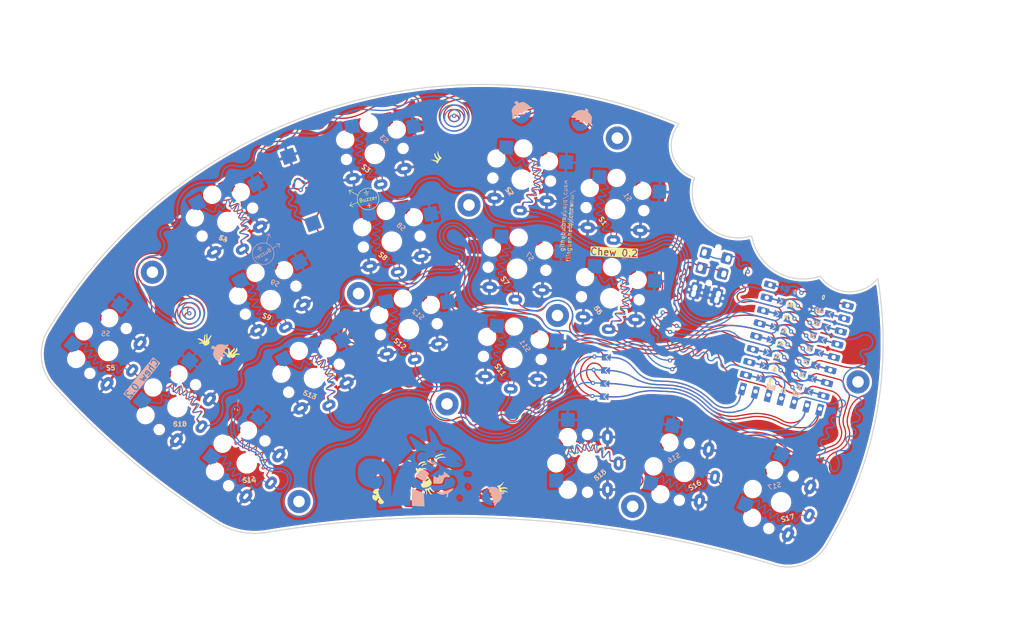
<source format=kicad_pcb>
(kicad_pcb (version 20240108) (generator "pcbnew") (generator_version "8.0")
  (layers (0 "F.Cu" signal) (31 "B.Cu" signal) (34 "B.Paste" user) (35 "F.Paste" user) (36 "B.SilkS" user "B.Silkscreen") (37 "F.SilkS" user "F.Silkscreen") (38 "B.Mask" user) (39 "F.Mask" user) (44 "Edge.Cuts" user))
  (net 0 "")
  (net 1 "GND")
  (net 2 "S1")
  (net 3 "S2")
  (net 4 "S3")
  (net 5 "S4")
  (net 6 "S5")
  (net 7 "S6")
  (net 8 "S7")
  (net 9 "S8")
  (net 10 "S9")
  (net 11 "S10")
  (net 12 "S11")
  (net 13 "S12")
  (net 14 "S13")
  (net 15 "S14")
  (net 16 "S15")
  (net 17 "S16")
  (net 18 "S17")
  (net 19 "VCC")
  (net 20 "Comm")
  (net 21 "Buzzer")
  (net 22 "SideIdentifier")
  (footprint "chew_is_so:RP2040_Zero_chew_reversible" (layer "F.Cu") (at 181.414996 96.037799 -15)
    (property "Reference" "U1" (hide yes))
    (property "Value" "RP2040_Zero" (hide yes))
  )
  (footprint "chew_is_so:Choc_V1_chew_reversible_1" (layer "F.Cu") (at 178.729999 125.65072 65)
    (property "Reference" "S17" (hide yes))
    (property "Value" "Keyswitch" (hide yes))
  )
  (footprint "LOGO" (layer "F.Cu") (at 115.334281 62.321665 -110)
    (property "Reference" "G***" (hide yes))
    (property "Value" "LOGO" (hide yes))
  )
  (footprint "chew_is_so:Choc_V1_chew_reversible_1" (layer "F.Cu") (at 81.542861 87.15696 29)
    (property "Reference" "S9" (hide yes))
    (property "Value" "Keyswitch" (hide yes))
  )
  (footprint "Buzzer_Beeper:Buzzer_Mallory_AST1109MLTRQ" (layer "F.Cu") (at 87.27 66.15 -70)
    (property "Reference" "Buzzer1" (hide yes))
    (property "Value" "Buzzer" (hide yes))
  )
  (footprint "chew_is_so:Choc_V1_chew_reversible_1" (layer "F.Cu") (at 128.455729 81.168528 -3)
    (property "Reference" "S7" (hide yes))
    (property "Value" "Keyswitch" (hide yes))
  )
  (footprint "LOGO" (layer "F.Cu") (at 73.9 99.085 1)
    (property "Reference" "G***" (hide yes))
    (property "Value" "LOGO" (hide yes))
  )
  (footprint "chew_is_so:Choc_V1_chew_reversible_2" (layer "F.Cu") (at 141.87631 118.235908 90)
    (property "Reference" "S15" (hide yes))
    (property "Value" "Keyswitch" (hide yes))
  )
  (footprint "chew_is_so:Choc_V1_chew_reversible_1" (layer "F.Cu") (at 160.319968 119.846897 80)
    (property "Reference" "S16" (hide yes))
    (property "Value" "Keyswitch" (hide yes))
  )
  (footprint "" (layer "F.Cu") (at 86.938929 125.497173)
    (property "Reference" "")
    (property "Value" "")
  )
  (footprint "LOGO" (layer "F.Cu") (at 69.49 96.465 1)
    (property "Reference" "G***" (hide yes))
    (property "Value" "LOGO" (hide yes))
  )
  (footprint "chew_is_so:Choc_V1_chew_reversible_1" (layer "F.Cu") (at 107.850143 92.690783 11)
    (property "Reference" "S12" (hide yes))
    (property "Value" "Keyswitch" (hide yes))
  )
  (footprint "LOGO" (layer "F.Cu") (at 122.64 123.705 130)
    (property "Reference" "G***" (hide yes))
    (property "Value" "LOGO" (hide yes))
  )
  (footprint "chew_is_so:Choc_V1_chew_reversible_2" (layer "F.Cu") (at 73.301096 72.288424 29)
    (property "Reference" "S4" (hide yes))
    (property "Value" "Keyswitch" (hide yes))
  )
  (footprint "chew_is_so:Choc_V1_chew_reversible_1" (layer "F.Cu") (at 127.566018 98.14523 -3)
    (property "Reference" "S11" (hide yes))
    (property "Value" "Keyswitch" (hide yes))
  )
  (footprint "" (layer "F.Cu") (at 193.39 102.725)
    (property "Reference" "")
    (property "Value" "")
  )
  (footprint "chew_is_so:TRRS_chew_reversible" (layer "F.Cu") (at 167.215857 75.581147 -15)
    (property "Reference" "U2")
    (property "Value" "TRRS")
  )
  (footprint "chew_is_so:Choc_V1_chew_reversible_2" (layer "F.Cu") (at 146.222178 86.791994 -3)
    (property "Reference" "S6" (hide yes))
    (property "Value" "Keyswitch" (hide yes))
  )
  (footprint "chew_is_so:Choc_V1_chew_reversible_2" (layer "F.Cu") (at 63.787259 107.530858 51)
    (property "Reference" "S10" (hide yes))
    (property "Value" "Keyswitch" (hide yes))
  )
  (footprint "LOGO" (layer "F.Cu") (at 108.213241 116.953808 2)
    (property "Reference" "G***" (hide yes))
    (property "Value" "LOGO" (hide yes))
  )
  (footprint "" (layer "F.Cu") (at 147.56 56.295)
    (property "Reference" "")
    (property "Value" "")
  )
  (footprint "clipboard:24097fc5-9d2c-4503-aefe-3bfddbaba4f9" (layer "F.Cu") (at 98.76 67.59)
    (property "Reference" "")
    (property "Value" "")
  )
  (footprint "" (layer "F.Cu") (at 150.47 126.425)
    (property "Reference" "")
    (property "Value" "")
  )
  (footprint "chew_is_so:Choc_V1_chew_reversible_1" (layer "F.Cu") (at 101.362637 59.315458 11)
    (property "Reference" "S3" (hide yes))
    (property "Value" "Keyswitch" (hide yes))
  )
  (footprint "chew_is_so:Choc_V1_chew_reversible_1" (layer "F.Cu") (at 50.575778 96.832413 51)
    (property "Reference" "S5" (hide yes))
    (property "Value" "Keyswitch" (hide yes))
  )
  (footprint "chew_is_so:Choc_V1_chew_reversible_2" (layer "F.Cu") (at 89.784624 102.025494 29)
    (property "Reference" "S13" (hide yes))
    (property "Value" "Keyswitch" (hide yes))
  )
  (footprint "chew_is_so:Choc_V1_chew_reversible_1" (layer "F.Cu") (at 76.99874 118.229304 51)
    (property "Reference" "S14" (hide yes))
    (property "Value" "Keyswitch" (hide yes))
  )
  (footprint "" (layer "F.Cu") (at 59.02 81.835)
    (property "Reference" "")
    (property "Value" "")
  )
  (footprint "chew_is_so:Choc_V1_chew_reversible_2" (layer "F.Cu") (at 129.345441 64.191826 -3)
    (property "Reference" "S2" (hide yes))
    (property "Value" "Keyswitch" (hide yes))
  )
  (footprint "chew_is_so:Choc_V1_chew_reversible_1" (layer "F.Cu") (at 104.60639 76.00312 11)
    (property "Reference" "S8" (hide yes))
    (property "Value" "Keyswitch" (hide yes))
  )
  (footprint "chew_is_so:Choc_V1_chew_reversible_1" (layer "F.Cu") (at 147.11189 69.815292 -3)
    (property "Reference" "S1" (hide yes))
    (property "Value" "Keyswitch" (hide yes))
  )
  (footprint "kbd:Tenting_Puck2" (layer "F.Cu") (at 117.215045 87.984561 -6.3)
    (property "Reference" "REF**" (hide yes))
    (property "Value" "Tenting Puck" (hide yes))
  )
  (footprint "LOGO" (layer "B.Cu") (at 140.7 52.94 160)
    (property "Reference" "G***" (hide yes))
    (property "Value" "LOGO" (hide yes))
  )
  (footprint "LOGO" (layer "B.Cu") (at 76.586191 107.508843 -43)
    (property "Reference" "G***" (hide yes))
    (property "Value" "LOGO" (hide yes))
  )
  (footprint "LOGO" (layer "B.Cu") (at 72.437283 97.117234 -145)
    (property "Reference" "G***" (hide yes))
    (property "Value" "LOGO" (hide yes))
  )
  (footprint "LOGO" (layer "B.Cu") (at 76.900019 107.058546 -23)
    (property "Reference" "G***" (hide yes))
    (property "Value" "LOGO" (hide yes))
  )
  (footprint "LOGO" (layer "B.Cu") (at 75.371125 106.020684 122)
    (property "Reference" "G***" (hide yes))
    (property "Value" "LOGO" (hide yes))
  )
  (footprint "LOGO" (layer "B.Cu") (at 107.66084 117.622138 -179)
    (property "Reference" "G***" (hide yes))
    (property "Value" "LOGO" (hide yes))
  )
  (footprint "LOGO" (layer "B.Cu") (at 123.79 124.595 85)
    (property "Reference" "G***" (hide yes))
    (property "Value" "LOGO" (hide yes))
  )
  (footprint "clipboard:24097fc5-9d2c-4503-aefe-3bfddbaba4f9" (layer "B.Cu") (at 81.37 77.59 180)
    (property "Reference" "" (hide yes))
    (property "Value" "")
  )
  (footprint "LOGO" (layer "B.Cu") (at 129.22 51.4 150)
    (property "Reference" "G***" (hide yes))
    (property "Value" "LOGO" (hide yes))
  )
  (gr_arc (start 81.700652 119.537079) (mid 81.687201 119.439991) (end 81.743369 119.359666) (stroke (width 0.05)) (layer "B.SilkS"))
  (gr_line (start 83.280113 76.410838) (end 82.559834 76.386372) (stroke (width 0.1)) (layer "B.SilkS"))
  (gr_arc (start 84.772966 120.342813) (mid 84.827017 120.286747) (end 84.903469 120.271912) (stroke (width 0.05)) (layer "B.SilkS"))
  (gr_arc (start 80.396824 118.797364) (mid 80.435912 118.744065) (end 80.489932 118.70598) (stroke (width 0.05)) (layer "B.SilkS"))
  (gr_line (start 81.246942 74.489663) (end 80.640261 74.873376) (stroke (width 0.1)) (layer "B.SilkS"))
  (gr_line (start 83.280113 76.410838) (end 83.127035 77.11217) (stroke (width 0.1)) (layer "B.SilkS"))
  (gr_arc (start 79.776865 117.45469) (mid 79.845215 117.391099) (end 79.93812 117.381912) (stroke (width 0.05)) (layer "B.SilkS"))
  (gr_line (start 81.246942 74.489663) (end 81.516283 75.158134) (stroke (width 0.1)) (layer "B.SilkS"))
  (gr_arc (start 78.972647 116.291706) (mid 79.005797 116.224605) (end 79.064364 116.178007) (stroke (width 0.05)) (layer "B.SilkS"))
  (gr_line (start 81.92 77.32) (end 83.280113 76.410838) (stroke (width 0.1)) (layer "B.SilkS"))
  (gr_arc (start 75.049185 114.017932) (mid 75.115542 113.93788) (end 75.206841 113.88812) (stroke (width 0.05)) (layer "B.SilkS"))
  (gr_line (start 80.71 76.34) (end 81.246942 74.489663) (stroke (width 0.1)) (layer "B.SilkS"))
  (gr_circle (center 80.110674 78.319102) (end 80.29381 80.372206) (stroke (width 0.1)) (fill none) (layer "B.SilkS"))
  (gr_arc (start 83.419794 119.635131) (mid 83.388118 119.526906) (end 83.433505 119.423678) (stroke (width 0.05)) (layer "B.SilkS"))
  (gr_arc (start 76.293451 115.002363) (mid 76.330004 114.905002) (end 76.39196 114.821475) (stroke (width 0.05)) (layer "B.SilkS"))
  (gr_arc (start 77.807962 115.631656) (mid 77.826816 115.544603) (end 77.876341 115.470569) (stroke (width 0.05)) (layer "B.SilkS"))
  (gr_arc (start 74.257235 112.454183) (mid 74.349174 112.386411) (end 74.463126 112.378625) (stroke (width 0.05)) (layer "B.SilkS"))
  (gr_line (start 98.14 68.53) (end 96.61 69.16) (stroke (width 0.1)) (layer "F.SilkS"))
  (gr_line (start 96.454514 66.245062) (end 96.677873 66.930269) (stroke (width 0.1)) (layer "F.SilkS"))
  (gr_line (start 96.61 69.16) (end 96.96 68.53) (stroke (width 0.1)) (layer "F.SilkS"))
  (gr_line (start 98.16 67.2) (end 96.454514 66.245062) (stroke (width 0.1)) (layer "F.SilkS"))
  (gr_line (start 96.61 69.16) (end 97.29 69.39) (stroke (width 0.1)) (layer "F.SilkS"))
  (gr_arc (start 64.811848 107.521003) (mid 64.820015 107.408437) (end 64.870761 107.307627) (stroke (width 0.05)) (layer "F.SilkS"))
  (gr_circle (center 100.098745 67.89) (end 101.553796 69.35) (stroke (width 0.1)) (fill none) (layer "F.SilkS"))
  (gr_line (start 96.454514 66.245062) (end 97.165905 66.149036) (stroke (width 0.1)) (layer "F.SilkS"))
  (gr_arc (start 173.15 74.925) (mid 164.335277 72.679097) (end 162.25 63.825) (stroke (width 0.2)) (layer "Edge.Cuts"))
  (gr_arc (start 81.08 131.335) (mid 129.68861 128.964734) (end 177.578863 137.621452) (stroke (width 0.2)) (layer "Edge.Cuts"))
  (gr_arc (start 71.8 129.825) (mid 55.134785 117.776358) (end 40.29 103.545) (stroke (width 0.2)) (layer "Edge.Cuts"))
  (gr_arc (start 187.42 133.765) (mid 183.168328 137.400161) (end 177.578863 137.621452) (stroke (width 0.2)) (layer "Edge.Cuts"))
  (gr_arc (start 40.29 103.545) (mid 37.889109 98.166157) (end 39.37 92.465) (stroke (width 0.2)) (layer "Edge.Cuts"))
  (gr_arc (start 81.08 131.335) (mid 76.307894 131.391884) (end 71.8 129.825) (stroke (width 0.2)) (layer "Edge.Cuts"))
  (gr_arc (start 39.37 92.465) (mid 92.125575 50.783765) (end 159.3 53.625) (stroke (width 0.2)) (layer "Edge.Cuts"))
  (gr_arc (start 197.15 83.025) (mid 196.847567 109.269927) (end 187.42 133.765) (stroke (width 0.2)) (layer "Edge.Cuts"))
  (gr_arc (start 162.25 63.825) (mid 158.068612 59.507731) (end 159.3 53.625) (stroke (width 0.2)) (layer "Edge.Cuts"))
  (gr_arc (start 186.21 82.585) (mid 177.922573 81.751343) (end 173.15 74.925) (stroke (width 0.2)) (layer "Edge.Cuts"))
  (gr_arc (start 197.15 83.025) (mid 191.568972 85.565572) (end 186.21 82.585) (stroke (width 0.2)) (layer "Edge.Cuts"))
  (gr_text "BUZ" (at 177.65 104.45 -15) (layer "B.SilkS") (effects (font (size 0.8 0.6) (thickness 0.15) (bold yes)) (justify left bottom mirror)))
  (gr_text "Chew 0.2" (at 57.65 102.6 51) (layer "B.SilkS" knockout) (effects (font (size 1.3 1.3) (thickness 0.2)) (justify bottom mirror)))
  (gr_text "github.com/\nflinguenheld/chew" (at 137.15 69.8 -93) (layer "B.SilkS") (effects (font (size 0.8 0.8) (thickness 0.1)) (justify bottom mirror)))
  (gr_text "+" (at 81.548933 79.574603 29) (layer "B.SilkS") (effects (font (size 1 1) (thickness 0.1)) (justify left bottom mirror)))
  (gr_text "⏚" (at 80.357349 77.556528 29) (layer "B.SilkS") (effects (font (size 1 1) (thickness 0.1)) (justify left bottom mirror)))
  (gr_text "Buzzer" (at 81.864707 77.829242 29) (layer "B.SilkS") (effects (font (size 0.7 0.7) (thickness 0.1)) (justify left bottom mirror)))
  (gr_text "BUZ" (at 175.74 103.97 345) (layer "F.SilkS") (effects (font (size 0.8 0.6) (thickness 0.15) (bold yes)) (justify left bottom)))
  (gr_text "github.com/\nflinguenheld/chew" (at 138.95 74.25 87) (layer "F.SilkS") (effects (font (size 0.8 0.8) (thickness 0.1)) (justify bottom)))
  (gr_text "Chew 0.2" (at 146.9 78.85 357) (layer "F.SilkS" knockout) (effects (font (size 1.3 1.3) (thickness 0.2)) (justify bottom)))
  (gr_text "SID" (at 180.75 105.3 345) (layer "F.SilkS") (effects (font (size 0.8 0.6) (thickness 0.15) (bold yes)) (justify left bottom)))
  (gr_text "⏚" (at 99.224918 67.444383 11) (layer "F.SilkS") (effects (font (size 1 1) (thickness 0.1)) (justify left bottom)))
  (segment (start 154.92768 102.529056) (end 157.084295 102.626531) (width 0.25) (layer "F.Cu") (net 0))
  (segment (start 186.162914 107.829637) (end 185.731706 109.517869) (width 0.25) (layer "F.Cu") (net 0))
  (segment (start 164.954968 105.871681) (end 165.914918 106.742896) (width 0.25) (layer "F.Cu") (net 0))
  (segment (start 164.302177 106.187126) (end 165.383754 107.178571) (width 0.25) (layer "F.Cu") (net 0))
  (segment (start 163.909241 106.659864) (end 164.780009 107.459258) (width 0.25) (layer "F.Cu") (net 0))
  (segment (start 183.167189 108.961654) (end 183.709463 107.172236) (width 0.25) (layer "F.Cu") (net 0))
  (segment (start 145.494591 105.533127) (end 146.431738 105.579116) (width 0.25) (layer "F.Cu") (net 0))
  (segment (start 145.887111 98.043405) (end 146.891283 98.08914) (width 0.25) (layer "F.Cu") (net 0))
  (segment (start 178.761323 109.956432) (end 179.048277 110.11624) (width 0.25) (layer "F.Cu") (net 0))
  (segment (start 170.073306 108.40568) (end 170.861316 108.221101) (width 0.25) (layer "F.Cu") (net 0))
  (segment (start 155.002561 103.239836) (end 157.477419 103.35233) (width 0.25) (layer "F.Cu") (net 0))
  (segment (start 170.568796 109.18552) (end 172.507339 108.866576) (width 0.25) (layer "F.Cu") (net 0))
  (segment (start 152.7544 103.737846) (end 157.418809 103.956065) (width 0.25) (layer "F.Cu") (net 0))
  (segment (start 154.645933 104.431022) (end 157.491368 104.567331) (width 0.25) (layer "F.Cu") (net 0))
  (segment (start 163.411243 107.052741) (end 164.318991 107.893524) (width 0.25) (layer "F.Cu") (net 0))
  (segment (start 150.473064 105.024606) (end 150.567917 104.992989) (width 0.25) (layer "F.Cu") (net 0))
  (segment (start 173.563097 105.669068) (end 173.895656 104.542635) (width 0.25) (layer "F.Cu") (net 0))
  (segment (start 150.257347 99.674343) (end 151.293835 100.818517) (width 0.25) (layer "F.Cu") (net 0))
  (segment (start 145.756271 100.539979) (end 146.530528 100.590101) (width 0.25) (layer "F.Cu") (net 0))
  (segment (start 171.442205 103.885234) (end 170.84 105.985) (width 0.25) (layer "F.Cu") (net 0))
  (segment (start 170.616276 109.787152) (end 172.85572 109.41906) (width 0.25) (layer "F.Cu") (net 0))
  (arc (start 157.491368 104.567331) (mid 160.670787 105.287264) (end 163.411243 107.052741) (width 0.25) (layer "F.Cu") (net 0))
  (arc (start 157.418809 103.956065) (mid 160.901637 104.737579) (end 163.909241 106.659864) (width 0.25) (layer "F.Cu") (net 0))
  (arc (start 178.234373 110.34131) (mid 180.830139 111.282919) (end 183.589282 111.390176) (width 0.25) (layer "F.Cu") (net 0))
  (arc (start 165.383754 107.178571) (mid 167.576425 108.373414) (end 170.073306 108.40568) (width 0.25) (layer "F.Cu") (net 0))
  (arc (start 150.567917 104.992989) (mid 152.580887 104.523054) (end 154.645933 104.431022) (width 0.25) (layer "F.Cu") (net 0))
  (arc (start 170.84 105.985) (mid 170.378012 106.823721) (end 169.598115 107.379282) (width 0.25) (layer "F.Cu") (net 0))
  (arc (start 173.563097 105.669068) (mid 172.556315 107.309385) (end 170.861316 108.221101) (width 0.25) (layer "F.Cu") (net 0))
  (arc (start 164.954968 105.871681) (mid 161.303092 103.561609) (end 157.084295 102.626531) (width 0.25) (layer "F.Cu") (net 0))
  (arc (start 145.6944 103.020829) (mid 147.711805 103.139501) (end 149.7144 103.410829) (width 0.25) (layer "F.Cu") (net 0))
  (arc (start 155.002561 103.239836) (mid 152.694241 102.838887) (end 150.559878 101.872661) (width 0.25) (layer "F.Cu") (net 0))
  (arc (start 146.530528 100.590101) (mid 148.623557 100.984819) (end 150.559878 101.872661) (width 0.25) (layer "F.Cu") (net 0))
  (arc (start 154.92768 102.529056) (mid 152.939706 102.037167) (end 151.293835 100.818517) (width 0.25) (layer "F.Cu") (net 0))
  (arc (start 150.473064 105.024606) (mid 148.478175 105.489707) (end 146.431738 105.579116) (width 0.25) (layer "F.Cu") (net 0))
  (arc (start 178.234373 110.34131) (mid 175.622476 109.428608) (end 172.85572 109.41906) (width 0.25) (layer "F.Cu") (net 0))
  (arc (start 182.376566 110.009479) (mid 182.865093 109.555898) (end 183.167189 108.961654) (width 0.25) (layer "F.Cu") (net 0))
  (arc (start 152.9844 103.750829) (mid 151.343419 103.63835) (end 149.7144 103.410829) (width 0.25) (layer "F.Cu") (net 0))
  (arc (start 185.731706 109.517869) (mid 184.951364 110.786859) (end 183.589282 111.390176) (width 0.25) (layer "F.Cu") (net 0))
  (arc (start 164.302177 106.187126) (mid 161.139136 104.169447) (end 157.477419 103.35233) (width 0.25) (layer "F.Cu") (net 0))
  (arc (start 150.257347 99.674343) (mid 148.732762 98.545291) (end 146.891283 98.08914) (width 0.25) (layer "F.Cu") (net 0))
  (arc (start 165.914918 106.742896) (mid 167.663999 107.596521) (end 169.598115 107.379282) (width 0.25) (layer "F.Cu") (net 0))
  (arc (start 182.376566 110.009479) (mid 180.727186 110.523605) (end 179.048277 110.11624) (width 0.25) (layer "F.Cu") (net 0))
  (arc (start 178.761323 109.956432) (mid 175.726638 108.881814) (end 172.507339 108.866576) (width 0.25) (layer "F.Cu") (net 0))
  (arc (start 164.780009 107.459258) (mid 167.475546 108.989229) (end 170.568796 109.18552) (width 0.25) (layer "F.Cu") (net 0))
  (arc (start 164.318991 107.893524) (mid 167.248431 109.569298) (end 170.616276 109.787152) (width 0.25) (layer "F.Cu") (net 0))
  (segment (start 164.956853 105.867399) (end 165.916803 106.738614) (width 0.25) (layer "B.Cu") (net 0))
  (segment (start 145.888996 98.039123) (end 146.893168 98.084858) (width 0.25) (layer "B.Cu") (net 0))
  (segment (start 155.004446 103.235554) (end 157.479304 103.348048) (width 0.25) (layer "B.Cu") (net 0))
  (segment (start 150.259232 99.670061) (end 151.29572 100.814235) (width 0.25) (layer "B.Cu") (net 0))
  (segment (start 183.311232 108.438974) (end 183.692291 107.166407) (width 0.25) (layer "B.Cu") (net 0))
  (segment (start 164.304062 106.182844) (end 165.385639 107.174289) (width 0.25) (layer "B.Cu") (net 0))
  (segment (start 154.929565 102.524774) (end 157.08618 102.622249) (width 0.25) (layer "B.Cu") (net 0))
  (segment (start 179.566747 112.807675) (end 180.23758 112.743464) (width 0.25) (layer "B.Cu") (net 0))
  (segment (start 152.756285 103.733564) (end 157.420694 103.951783) (width 0.25) (layer "B.Cu") (net 0))
  (segment (start 171.44409 103.880952) (end 170.841885 105.980718) (width 0.25) (layer "B.Cu") (net 0))
  (segment (start 154.647818 104.42674) (end 157.493253 104.563049) (width 0.25) (layer "B.Cu") (net 0))
  (segment (start 150.474949 105.020324) (end 150.569802 104.988707) (width 0.25) (layer "B.Cu") (net 0))
  (segment (start 163.911126 106.655582) (end 164.04768 106.786503) (width 0.25) (layer "B.Cu") (net 0))
  (segment (start 145.758156 100.535697) (end 146.532413 100.585819) (width 0.25) (layer "B.Cu") (net 0))
  (segment (start 173.564982 105.664786) (end 173.897541 104.538353) (width 0.25) (layer "B.Cu") (net 0))
  (segment (start 145.496476 105.528845) (end 146.433623 105.574834) (width 0.25) (layer "B.Cu") (net 0))
  (segment (start 163.413128 107.048459) (end 163.476306 107.110464) (width 0.25) (layer "B.Cu") (net 0))
  (segment (start 170.075191 108.401398) (end 170.863201 108.216819) (width 0.25) (layer "B.Cu") (net 0))
  (arc (start 150.259232 99.670061) (mid 148.734647 98.541009) (end 146.893168 98.084858) (width 0.25) (layer "B.Cu") (net 0))
  (arc (start 164.304062 106.182844) (mid 161.141021 104.165165) (end 157.479304 103.348048) (width 0.25) (layer "B.Cu") (net 0))
  (arc (start 146.532413 100.585819) (mid 148.625442 100.980537) (end 150.561763 101.868379) (width 0.25) (layer "B.Cu") (net 0))
  (arc (start 173.564982 105.664786) (mid 172.5582 107.305103) (end 170.863201 108.216819) (width 0.25) (layer "B.Cu") (net 0))
  (arc (start 164.956853 105.867399) (mid 161.304977 103.557327) (end 157.08618 102.622249) (width 0.25) (layer "B.Cu") (net 0))
  (arc (start 165.916803 106.738614) (mid 167.665884 107.592239) (end 169.6 107.375) (width 0.25) (layer "B.Cu") (net 0))
  (arc (start 164.04768 106.786503) (mid 171.201621 111.045934) (end 179.499331 111.731239) (width 0.25) (layer "B.Cu") (net 0))
  (arc (start 145.696285 103.016547) (mid 147.71369 103.135219) (end 149.716285 103.406547) (width 0.25) (layer "B.Cu") (net 0))
  (arc (start 186.145743 107.823808) (mid 183.951128 111.195714) (end 180.23758 112.743464) (width 0.25) (layer "B.Cu") (net 0))
  (arc (start 170.841885 105.980718) (mid 170.379897 106.819439) (end 169.6 107.375) (width 0.25) (layer "B.Cu") (net 0))
  (arc (start 157.493253 104.563049) (mid 160.672672 105.282982) (end 163.413128 107.048459) (width 0.25) (layer "B.Cu") (net 0))
  (arc (start 150.569802 104.988707) (mid 152.582772 104.518772) (end 154.647818 104.42674) (width 0.25) (layer "B.Cu") (net 0))
  (arc (start 179.566747 112.807675) (mid 170.89091 111.740099) (end 163.476306 107.110464) (width 0.25) (layer "B.Cu") (net 0))
  (arc (start 152.986285 103.746547) (mid 151.345304 103.634068) (end 149.716285 103.406547) (width 0.25) (layer "B.Cu") (net 0))
  (arc (start 154.929565 102.524774) (mid 152.941591 102.032885) (end 151.29572 100.814235) (width 0.25) (layer "B.Cu") (net 0))
  (arc (start 155.004446 103.235554) (mid 152.696126 102.834605) (end 150.561763 101.868379) (width 0.25) (layer "B.Cu") (net 0))
  (arc (start 157.420694 103.951783) (mid 160.903522 104.733297) (end 163.911126 106.655582) (width 0.25) (layer "B.Cu") (net 0))
  (arc (start 150.474949 105.020324) (mid 148.48006 105.485425) (end 146.433623 105.574834) (width 0.25) (layer "B.Cu") (net 0))
  (arc (start 179.499331 111.731239) (mid 181.88529 110.640893) (end 183.311232 108.438974) (width 0.25) (layer "B.Cu") (net 0))
  (arc (start 165.385639 107.174289) (mid 167.57831 108.369132) (end 170.075191 108.401398) (width 0.25) (layer "B.Cu") (net 0))
  (segment (start 159.87615 85.25125) (end 160.908799 81.106886) (width 0.25) (layer "B.Cu") (net 2))
  (segment (start 160.302069 77.094422) (end 160.16301 76.865083) (width 0.25) (layer "B.Cu") (net 2))
  (segment (start 173.730281 84.740881) (end 178.56 86.035) (width 0.25) (layer "B.Cu") (net 2))
  (arc (start 160.91 81.105) (mid 161.006928 79.038943) (end 160.302069 77.094422) (width 0.25) (layer "B.Cu") (net 2))
  (arc (start 155.29 75.625) (mid 151.187665 76.7347) (end 147.05 75.765) (width 0.25) (layer "B.Cu") (net 2))
  (arc (start 179.94 85.365) (mid 179.378568 85.964813) (end 178.56 86.035) (width 0.25) (layer "B.Cu") (net 2))
  (arc (start 159.87615 85.25125) (mid 159.960872 87.756556) (end 161.35512 89.839776) (width 0.25) (layer "B.Cu") (net 2))
  (arc (start 161.35512 89.839776) (mid 163.590895 90.926432) (end 166.073815 90.805307) (width 0.25) (layer "B.Cu") (net 2))
  (arc (start 166.073815 90.805307) (mid 168.069771 89.562843) (end 169.195018 87.498519) (width 0.25) (layer "B.Cu") (net 2))
  (arc (start 169.18 87.565) (mid 170.987417 85.133836) (end 174 84.815) (width 0.25) (layer "B.Cu") (net 2))
  (arc (start 155.29 75.625) (mid 158.046093 75.224039) (end 160.22 76.965) (width 0.25) (layer "B.Cu") (net 2))
  (segment (start 160.689799 90.093476) (end 161.017104 90.376549) (width 0.25) (layer "B.Cu") (net 3))
  (segment (start 173.093556 87.201562) (end 177.921432 88.495187) (width 0.25) (layer "B.Cu") (net 3))
  (segment (start 166.110337 91.428052) (end 166.615468 91.268536) (width 0.25) (layer "B.Cu") (net 3))
  (segment (start 159.168398 85.303327) (end 160.305935 80.708071) (width 0.25) (layer "B.Cu") (net 3))
  (segment (start 159.811497 77.486932) (end 159.721199 77.339052) (width 0.25) (layer "B.Cu") (net 3))
  (arc (start 169.89 88.465) (mid 168.487733 90.178431) (end 166.57 91.285) (width 0.25) (layer "B.Cu") (net 3))
  (arc (start 169.89 88.465) (mid 171.341097 87.270901) (end 173.22 87.235) (width 0.25) (layer "B.Cu") (net 3))
  (arc (start 179.301432 87.825187) (mid 178.74 88.424999) (end 177.921432 88.495187) (width 0.25) (layer "B.Cu") (net 3))
  (arc (start 129.22 70.255) (mid 134.348972 71.099154) (end 138.75 73.865) (width 0.25) (layer "B.Cu") (net 3))
  (arc (start 159.811497 77.486932) (mid 160.381777 79.046912) (end 160.307136 80.706185) (width 0.25) (layer "B.Cu") (net 3))
  (arc (start 161.017104 90.376549) (mid 163.426819 91.565418) (end 166.110337 91.428052) (width 0.25) (layer "B.Cu") (net 3))
  (arc (start 159.168398 85.303327) (mid 159.253071 87.913115) (end 160.689799 90.093476) (width 0.25) (layer "B.Cu") (net 3))
  (arc (start 148.94 77.885) (mid 143.484118 76.789772) (end 138.75 73.865) (width 0.25) (layer "B.Cu") (net 3))
  (arc (start 155.54 76.175) (mid 157.878872 75.89905) (end 159.73 77.355) (width 0.25) (layer "B.Cu") (net 3))
  (arc (start 155.54 76.175) (mid 152.359663 77.491856) (end 148.94 77.885) (width 0.25) (layer "B.Cu") (net 3))
  (segment (start 160.143401 90.454522) (end 160.585242 90.842781) (width 0.25) (layer "B.Cu") (net 4))
  (segment (start 122.05 68.355) (end 122.606194 70.065368) (width 0.25) (layer "B.Cu") (net 4))
  (segment (start 102.590982 65.453091) (end 102.48841 65.107058) (width 0.25) (layer "B.Cu") (net 4))
  (segment (start 172.431773 89.691085) (end 171.55 89.465) (width 0.25) (layer "B.Cu") (net 4))
  (segment (start 119 66.215) (end 117.637931 66.323966) (width 0.25) (layer "B.Cu") (net 4))
  (segment (start 172.431773 89.691085) (end 177.261432 90.985187) (width 0.25) (layer "B.Cu") (net 4))
  (segment (start 158.490561 85.192282) (end 159.635019 80.539485) (width 0.25) (layer "B.Cu") (net 4))
  (arc (start 130.29 72.315) (mid 127.490765 72.538791) (end 124.73 72.025) (width 0.25) (layer "B.Cu") (net 4))
  (arc (start 178.641432 90.315187) (mid 178.08 90.914999) (end 177.261432 90.985187) (width 0.25) (layer "B.Cu") (net 4))
  (arc (start 158.490561 85.192282) (mid 158.580972 88.054578) (end 160.143401 90.454522) (width 0.25) (layer "B.Cu") (net 4))
  (arc (start 169.66 89.965) (mid 170.535818 89.453576) (end 171.55 89.465) (width 0.25) (layer "B.Cu") (net 4))
  (arc (start 105.790107 67.997671) (mid 103.789511 67.229571) (end 102.590982 65.453091) (width 0.25) (layer "B.Cu") (net 4))
  (arc (start 130.29 72.315) (mid 134.535973 72.374545) (end 138.26 74.415) (width 0.25) (layer "B.Cu") (net 4))
  (arc (start 166.243522 92.024171) (mid 163.258791 92.17868) (end 160.585242 90.842781) (width 0.25) (layer "B.Cu") (net 4))
  (arc (start 105.790107 67.997671) (mid 107.667335 67.53549) (end 108.94807 66.087345) (width 0.25) (layer "B.Cu") (net 4))
  (arc (start 112.794276 63.89934) (mid 113.611372 64.172872) (end 114.248097 64.753526) (width 0.25) (layer "B.Cu") (net 4))
  (arc (start 114.248097 64.753526) (mid 115.736787 65.983893) (end 117.637931 66.323966) (width 0.25) (layer "B.Cu") (net 4))
  (arc (start 124.73 72.025) (mid 123.404164 71.279699) (end 122.59 69.995) (width 0.25) (layer "B.Cu") (net 4))
  (arc (start 149.03 78.595) (mid 143.247209 77.529929) (end 138.26 74.415) (width 0.25) (layer "B.Cu") (net 4))
  (arc (start 112.794276 63.89934) (mid 110.513421 64.364471) (end 108.94807 66.087345) (width 0.25) (layer "B.Cu") (net 4))
  (arc (start 155.94 76.715) (mid 157.734846 76.608946) (end 159.19 77.665) (width 0.25) (layer "B.Cu") (net 4))
  (arc (start 119 66.215) (mid 120.907783 66.739445) (end 122.05 68.355) (width 0.25) (layer "B.Cu") (net 4))
  (arc (start 159.195405 77.671827) (mid 159.701656 79.06073) (end 159.63622 80.537599) (width 0.25) (layer "B.Cu") (net 4))
  (arc (start 155.94 76.715) (mid 152.615995 78.136476) (end 149.03 78.595) (width 0.25) (layer "B.Cu") (net 4))
  (arc (start 169.66 89.965) (mid 168.091255 91.256689) (end 166.21 92.025) (width 0.25) (layer "B.Cu") (net 4))
  (segment (start 111.012799 52.613275) (end 109.353153 51.883695) (width 0.25) (layer "F.Cu") (net 5))
  (segment (start 100.294046 50.832567) (end 99.702884 51.195126) (width 0.25) (layer "F.Cu") (net 5))
  (segment (start 152.555195 59.851573) (end 156.292958 62.267772) (width 0.25) (layer "F.Cu") (net 5))
  (segment (start 82.791303 76.102949) (end 82.683215 76.109276) (width 0.25) (layer "F.Cu") (net 5))
  (segment (start 113.041358 55.413356) (end 112.898714 56.062934) (width 0.25) (layer "F.Cu") (net 5))
  (segment (start 107.958929 48.329504) (end 107.940516 48.335908) (width 0.25) (layer "F.Cu") (net 5))
  (segment (start 109.937518 55.73578) (end 110.060362 55.728103) (width 0.25) (layer "F.Cu") (net 5))
  (segment (start 157.996607 78.58823) (end 158.549584 77.934888) (width 0.25) (layer "F.Cu") (net 5))
  (segment (start 105.322429 50.131639) (end 105.274259 50.118549) (width 0.25) (layer "F.Cu") (net 5))
  (segment (start 148.056214 53.232883) (end 148.055687 53.232837) (width 0.25) (layer "F.Cu") (net 5))
  (segment (start 80.205408 62.788302) (end 81.012323 63.416893) (width 0.25) (layer "F.Cu") (net 5))
  (segment (start 155.208277 87.453743) (end 155.495303 87.258677) (width 0.25) (layer "F.Cu") (net 5))
  (segment (start 114.785449 48.956187) (end 114.441526 49.147227) (width 0.25) (layer "F.Cu") (net 5))
  (segment (start 124.76217 50.09522) (end 123.522465 49.343756) (width 0.25) (layer "F.Cu") (net 5))
  (segment (start 158.84 92.055) (end 156.232116 91.280193) (width 0.25) (layer "F.Cu") (net 5))
  (segment (start 83.253239 56.898657) (end 83.118384 56.899148) (width 0.25) (layer "F.Cu") (net 5))
  (segment (start 90.290432 54.519734) (end 88.344107 54.019127) (width 0.25) (layer "F.Cu") (net 5))
  (segment (start 77.138826 78.350324) (end 76.161473 77.44868) (width 0.25) (layer "F.Cu") (net 5))
  (via (at 158.84 92.055) (size 0.8) (drill 0.4) (layers "F.Cu" "B.Cu") (net 5))
  (arc (start 88.344107 54.019127) (mid 87.389337 54.102733) (end 86.698299 54.766841) (width 0.25) (layer "F.Cu") (net 5))
  (arc (start 109.557959 48.987533) (mid 108.883242 48.355216) (end 107.958929 48.329504) (width 0.25) (layer "F.Cu") (net 5))
  (arc (start 152.555195 59.851573) (mid 151.169964 58.34338) (end 150.693328 56.351816) (width 0.25) (layer "F.Cu") (net 5))
  (arc (start 157.929218 67.924794) (mid 157.797639 69.1459) (end 158.350559 70.242599) (width 0.25) (layer "F.Cu") (net 5))
  (arc (start 105.322429 50.131639) (mid 106.777202 49.919527) (end 107.614314 48.710967) (width 0.25) (layer "F.Cu") (net 5))
  (arc (start 109.166933 56.271176) (mid 109.477442 55.895851) (end 109.937518 55.73578) (width 0.25) (layer "F.Cu") (net 5))
  (arc (start 77.138826 78.350324) (mid 78.23186 78.704032) (end 79.210459 78.102222) (width 0.25) (layer "F.Cu") (net 5))
  (arc (start 148.056214 53.232883) (mid 148.987602 53.50943) (end 149.782109 54.069213) (width 0.25) (layer "F.Cu") (net 5))
  (arc (start 84.087201 73.009178) (mid 84.4044 74.960331) (end 82.791303 76.102949) (width 0.25) (layer "F.Cu") (net 5))
  (arc (start 109.353153 51.883695) (mid 108.890606 51.216111) (end 109.212141 50.470305) (width 0.25) (layer "F.Cu") (net 5))
  (arc (start 112.898714 56.062934) (mid 112.488289 57.037193) (end 111.757077 57.80071) (width 0.25) (layer "F.Cu") (net 5))
  (arc (start 124.76217 50.09522) (mid 128.090648 51.16696) (end 131.545359 50.625877) (width 0.25) (layer "F.Cu") (net 5))
  (arc (start 156.232116 91.280193) (mid 155.043992 90.521478) (end 154.439115 89.248095) (width 0.25) (layer "F.Cu") (net 5))
  (arc (start 79.210459 78.102222) (mid 80.712193 76.696876) (end 82.683215 76.109276) (width 0.25) (layer "F.Cu") (net 5))
  (arc (start 155.495303 87.258677) (mid 156.676603 85.756256) (end 156.774329 83.847535) (width 0.25) (layer "F.Cu") (net 5))
  (arc (start 156.78008 83.847535) (mid 156.751677 81.070619) (end 157.996607 78.58823) (width 0.25) (layer "F.Cu") (net 5))
  (arc (start 114.785449 48.956187) (mid 119.203522 48.03309) (end 123.522465 49.343756) (width 0.25) (layer "F.Cu") (net 5))
  (arc (start 100.294046 50.832567) (mid 102.710343 49.960745) (end 105.274259 50.118549) (width 0.25) (layer "F.Cu") (net 5))
  (arc (start 83.118384 56.899148) (mid 80.719363 57.694107) (end 79.25474 59.753762) (width 0.25) (layer "F.Cu") (net 5))
  (arc (start 83.239767 69.65902) (mid 83.03406 66.21394) (end 81.012323 63.416893) (width 0.25) (layer "F.Cu") (net 5))
  (arc (start 83.253239 56.898657) (mid 85.276795 56.319213) (end 86.698299 54.766841) (width 0.25) (layer "F.Cu") (net 5))
  (arc (start 158.350559 70.242599) (mid 159.915928 74.050817) (end 158.549584 77.934888) (width 0.25) (layer "F.Cu") (net 5))
  (arc (start 84.087201 73.009178) (mid 83.261337 71.435832) (end 83.239767 69.65902) (width 0.25) (layer "F.Cu") (net 5))
  (arc (start 107.940516 48.335908) (mid 107.727516 48.480029) (end 107.614314 48.710967) (width 0.25) (layer "F.Cu") (net 5))
  (arc (start 91.940969 53.418625) (mid 91.361585 54.337755) (end 90.290432 54.519734) (width 0.25) (layer "F.Cu") (net 5))
  (arc (start 91.940969 53.418625) (mid 92.433509 52.603902) (end 93.361681 52.392111) (width 0.25) (layer "F.Cu") (net 5))
  (arc (start 114.441526 49.147227) (mid 112.992547 50.800832) (end 112.924187 52.998394) (width 0.25) (layer "F.Cu") (net 5))
  (arc (start 111.012799 52.613275) (mid 111.720845 53.294316) (end 111.820155 54.271704) (width 0.25) (layer "F.Cu") (net 5))
  (arc (start 109.861092 58.0185) (mid 109.146223 57.290948) (end 109.166933 56.271176) (width 0.25) (layer "F.Cu") (net 5))
  (arc (start 109.557959 48.987533) (mid 109.649146 49.790508) (end 109.212141 50.470305) (width 0.25) (layer "F.Cu") (net 5))
  (arc (start 113.041358 55.413356) (mid 113.143488 54.19808) (end 112.924187 52.998394) (width 0.25) (layer "F.Cu") (net 5))
  (arc (start 111.820155 54.271704) (mid 111.177109 55.286094) (end 110.060362 55.728103) (width 0.25) (layer "F.Cu") (net 5))
  (arc (start 157.929218 67.924794) (mid 158.105366 64.808683) (end 156.292958 62.267772) (width 0.25) (layer "F.Cu") (net 5))
  (arc (start 109.861092 58.0185) (mid 110.837467 58.156777) (end 111.757077 57.80071) (width 0.25) (layer "F.Cu") (net 5))
  (arc (start 139.33589 50.848711) (mid 135.464194 49.912374) (end 131.545359 50.625877) (width 0.25) (layer "F.Cu") (net 5))
  (arc (start 79.25474 59.753762) (mid 79.256243 61.419473) (end 80.205408 62.788302) (width 0.25) (layer "F.Cu") (net 5))
  (arc (start 155.208277 87.453743) (mid 154.561371 88.238471) (end 154.439115 89.248095) (width 0.25) (layer "F.Cu") (net 5))
  (arc (start 139.33589 50.848711) (mid 143.588765 52.432206) (end 148.055687 53.232837) (width 0.25) (layer "F.Cu") (net 5))
  (arc (start 150.693328 56.351816) (mid 150.477749 55.114689) (end 149.782109 54.069213) (width 0.25) (layer "F.Cu") (net 5))
  (arc (start 99.702884 51.195126) (mid 96.642293 52.376428) (end 93.361681 52.392111) (width 0.25) (layer "F.Cu") (net 5))
  (segment (start 158.86 92.085) (end 158.84 92.055) (width 0.25) (layer "B.Cu") (net 5))
  (segment (start 158.84 92.055) (end 159.112706 92.186083) (width 0.25) (layer "B.Cu") (net 5))
  (segment (start 167.710098 92.234935) (end 166.913701 92.484757) (width 0.25) (layer "B.Cu") (net 5))
  (segment (start 169.798091 91.984084) (end 169.796677 91.983992) (width 0.25) (layer "B.Cu") (net 5))
  (segment (start 173.66256 92.620398) (end 176.591432 93.405187) (width 0.25) (layer "B.Cu") (net 5))
  (arc (start 173.66256 92.620398) (mid 171.746024 92.206898) (end 169.798091 91.984084) (width 0.25) (layer "B.Cu") (net 5))
  (arc (start 166.913701 92.484757) (mid 162.987397 93.009461) (end 159.112706 92.186083) (width 0.25) (layer "B.Cu") (net 5))
  (arc (start 169.796677 91.983992) (mid 168.741794 92.013063) (end 167.710098 92.234935) (width 0.25) (layer "B.Cu") (net 5))
  (arc (start 177.971432 92.735187) (mid 177.41 93.334999) (end 176.591432 93.405187) (width 0.25) (layer "B.Cu") (net 5))
  (segment (start 122.837907 49.995815) (end 123.882396 50.630054) (width 0.25) (layer "F.Cu") (net 6))
  (segment (start 157.497962 77.921737) (end 157.976826 77.362915) (width 0.25) (layer "F.Cu") (net 6))
  (segment (start 56.739512 83.526234) (end 57.48199 84.615394) (width 0.25) (layer "F.Cu") (net 6))
  (segment (start 55.949066 101.379541) (end 55.160938 100.57025) (width 0.25) (layer "F.Cu") (net 6))
  (segment (start 115.092175 49.621779) (end 115.095065 49.619918) (width 0.25) (layer "F.Cu") (net 6))
  (segment (start 61.616184 80.658619) (end 61.49 80.435) (width 0.25) (layer "F.Cu") (net 6))
  (segment (start 139.333306 51.619566) (end 139.034946 51.480913) (width 0.25) (layer "F.Cu") (net 6))
  (segment (start 155.855296 62.973895) (end 153.237769 61.276752) (width 0.25) (layer "F.Cu") (net 6))
  (segment (start 67.364318 87.187273) (end 65.500259 86.163819) (width 0.25) (layer "F.Cu") (net 6))
  (segment (start 156.092469 92.444468) (end 157.59 93.215) (width 0.25) (layer "F.Cu") (net 6))
  (segment (start 115.095065 49.619918) (end 115.130209 49.603203) (width 0.25) (layer "F.Cu") (net 6))
  (segment (start 62.781712 83.091195) (end 62.780997 83.089405) (width 0.25) (layer "F.Cu") (net 6))
  (segment (start 59.562337 97.757288) (end 59.477633 97.808434) (width 0.25) (layer "F.Cu") (net 6))
  (via (at 66.067843 89.669383) (size 0.8) (drill 0.4) (layers "F.Cu" "B.Cu") (net 6))
  (via (at 157.59 93.215) (size 0.8) (drill 0.4) (layers "F.Cu" "B.Cu") (net 6))
  (via (at 116.496175 52.052026) (size 0.8) (drill 0.4) (layers "F.Cu" "B.Cu") (net 6))
  (arc (start 153.840255 89.282525) (mid 154.036927 87.864587) (end 154.956954 86.767868) (width 0.25) (layer "F.Cu") (net 6))
  (arc (start 66.045988 89.665039) (mid 65.278528 89.848957) (end 65.462444 90.616416) (width 0.25) (layer "F.Cu") (net 6))
  (arc (start 56.739512 83.526234) (mid 57.471481 79.455295) (end 61.49 80.435) (width 0.25) (layer "F.Cu") (net 6))
  (arc (start 117.952805 54.576532) (mid 114.045113 53.52947) (end 115.092175 49.621779) (width 0.25) (layer "F.Cu") (net 6))
  (arc (start 132.066087 51.298558) (mid 127.895248 51.931472) (end 123.882396 50.630054) (width 0.25) (layer "F.Cu") (net 6))
  (arc (start 153.840255 89.282525) (mid 154.582274 91.137093) (end 156.092469 92.444468) (width 0.25) (layer "F.Cu") (net 6))
  (arc (start 117.571587 53.837503) (mid 114.762825 53.138414) (end 115.479626 50.334119) (width 0.25) (layer "F.Cu") (net 6))
  (arc (start 139.333306 51.619566) (mid 142.48432 53.931827) (end 144.499324 57.28081) (width 0.25) (layer "F.Cu") (net 6))
  (arc (start 62.780997 83.089405) (mid 62.23925 81.854528) (end 61.616184 80.658619) (width 0.25) (layer "F.Cu") (net 6))
  (arc (start 64.678348 92.238846) (mid 68.547119 91.056043) (end 67.364318 87.187273) (width 0.25) (layer "F.Cu") (net 6))
  (arc (start 65.462442 90.616415) (mid 67.012013 90.224002) (end 66.58 88.685) (width 0.25) (layer "F.Cu") (net 6))
  (arc (start 55.949066 101.379541) (mid 56.548418 101.746932) (end 57.250474 101.783769) (width 0.25) (layer "F.Cu") (net 6))
  (arc (start 157.263224 67.547167) (mid 157.102736 69.238655) (end 157.862831 70.758234) (width 0.25) (layer "F.Cu") (net 6))
  (arc (start 116.496175 52.052026) (mid 117.269585 52.209045) (end 117.112565 52.982455) (width 0.25) (layer "F.Cu") (net 6))
  (arc (start 115.130209 49.603203) (mid 119.033642 48.826084) (end 122.837907 49.995815) (width 0.25) (layer "F.Cu") (net 6))
  (arc (start 65.033544 91.486959) (mid 67.816195 90.690272) (end 67.001964 87.912702) (width 0.25) (layer "F.Cu") (net 6))
  (arc (start 58.128438 100.573171) (mid 57.92668 101.350516) (end 57.250474 101.783769) (width 0.25) (layer "F.Cu") (net 6))
  (arc (start 62.781712 83.091195) (mid 63.873824 84.863882) (end 65.500259 86.163819) (width 0.25) (layer "F.Cu") (net 6))
  (arc (start 147.436669 59.44175) (mid 145.63796 58.809894) (end 144.499324 57.28081) (width 0.25) (layer "F.Cu") (net 6))
  (arc (start 60.213759 93.938141) (mid 60.762239 95.996823) (end 59.562337 97.757288) (width 0.25) (layer "F.Cu") (net 6))
  (arc (start 57.48199 84.615394) (mid 58.611377 87.069073) (end 58.874168 89.757381) (width 0.25) (layer "F.Cu") (net 6))
  (arc (start 60.213759 93.938141) (mid 59.142371 91.976458) (end 58.874168 89.757381) (width 0.25) (layer "F.Cu") (net 6))
  (arc (start 153.237769 61.276752) (mid 150.46128 59.966936) (end 147.436669 59.44175) (width 0.25) (layer "F.Cu") (net 6))
  (arc (start 117.112568 52.982458) (mid 115.550246 52.644363) (end 115.928287 51.091221) (width 0.25) (layer "F.Cu") (net 6))
  (arc (start 115.479625 50.334118) (mid 118.846352 51.213529) (end 117.952805 54.576532) (width 0.25) (layer "F.Cu") (net 6))
  (arc (start 139.034946 51.480913) (mid 135.56942 50.667312) (end 132.066087 51.298558) (width 0.25) (layer "F.Cu") (net 6))
  (arc (start 66.58 88.684999) (mid 64.413332 89.316912) (end 65.033545 91.486957) (width 0.25) (layer "F.Cu") (net 6))
  (arc (start 67.001965 87.912702) (mid 63.66798 88.909075) (end 64.678348 92.238846) (width 0.25) (layer "F.Cu") (net 6))
  (arc (start 154.956954 86.767868) (mid 155.984131 85.477682) (end 156.084602 83.831595) (width 0.25) (layer "F.Cu") (net 6))
  (arc (start 157.263224 67.547167) (mid 157.35843 65.014502) (end 155.855296 62.973895) (width 0.25) (layer "F.Cu") (net 6))
  (arc (start 156.090353 83.831595) (mid 156.079375 80.706411) (end 157.497962 77.921737) (width 0.25) (layer "F.Cu") (net 6))
  (arc (start 58.128438 100.573171) (mid 58.395354 98.991854) (end 59.477633 97.808434) (width 0.25) (layer "F.Cu") (net 6))
  (arc (start 115.928287 51.09122) (mid 118.115687 51.647132) (end 117.571586 53.8375) (width 0.25) (layer "F.Cu") (net 6))
  (arc (start 157.976826 77.362915) (mid 159.173699 74.038933) (end 157.862831 70.758234) (width 0.25) (layer "F.Cu") (net 6))
  (segment (start 75.404762 61.682389) (end 74.529519 61.518764) (width 0.25) (layer "B.Cu") (net 6))
  (segment (start 60.954913 75.594098) (end 60.742766 75.299509) (width 0.25) (layer "B.Cu") (net 6))
  (segment (start 70.871271 64.683309) (end 68.816462 64.777662) (width 0.25) (layer "B.Cu") (net 6))
  (segment (start 157.59 93.215) (end 157.61 93.215) (width 0.25) (layer "B.Cu") (net 6))
  (segment (start 172.338451 94.90513) (end 175.921432 95.865187) (width 0.25) (layer "B.Cu") (net 6))
  (segment (start 99.62448 50.855214) (end 102.164074 51.018045) (width 0.25) (layer "B.Cu") (net 6))
  (segment (start 158.599814 93.434111) (end 157.59 93.215) (width 0.25) (layer "B.Cu") (net 6))
  (segment (start 167.132019 93.08737) (end 167.093598 93.098943) (width 0.25) (layer "B.Cu") (net 6))
  (segment (start 65.079686 92.281255) (end 65.076423 92.28018) (width 0.25) (layer "B.Cu") (net 6))
  (segment (start 63.792306 70.842444) (end 63.837808 71.117731) (width 0.25) (layer "B.Cu") (net 6))
  (segment (start 86.465461 55.327978) (end 89.056762 55.433745) (width 0.25) (layer "B.Cu") (net 6))
  (segment (start 65.076423 92.28018) (end 62.775326 91.132064) (width 0.25) (layer "B.Cu") (net 6))
  (arc (start 117.518662 50.312899) (mid 114.151935 51.19231) (end 115.045482 54.555313) (width 0.25) (layer "B.Cu") (net 6))
  (arc (start 68.816462 64.777662) (mid 66.61068 65.361711) (end 64.843255 66.8049) (width 0.25) (layer "B.Cu") (net 6))
  (arc (start 63.837808 71.117731) (mid 63.379974 72.663324) (end 61.882526 73.260083) (width 0.25) (layer "B.Cu") (net 6))
  (arc (start 67.13 86.94) (mid 68.77547 90.635786) (end 65.079686 92.281255) (width 0.25) (layer "B.Cu") (net 6))
  (arc (start 115.426699 53.816283) (mid 118.235463 53.117195) (end 117.518661 50.312899) (width 0.25) (layer "B.Cu") (net 6))
  (arc (start 99.62448 50.855214) (mid 96.159324 51.450202) (end 93.335492 53.544789) (width 0.25) (layer "B.Cu") (net 6))
  (arc (start 117.906112 49.60056) (mid 115.852587 48.683407) (end 113.635473 48.305625) (width 0.25) (layer "B.Cu") (net 6))
  (arc (start 115.88572 52.961239) (mid 117.448041 52.623142) (end 117.07 51.070001) (width 0.25) (layer "B.Cu") (net 6))
  (arc (start 65.695475 90.706726) (mid 64.750923 88.656949) (end 66.795572 87.701353) (width 0.25) (layer "B.Cu") (net 6))
  (arc (start 115.045482 54.555313) (mid 118.953174 53.508251) (end 117.906112 49.60056) (width 0.25) (layer "B.Cu") (net 6))
  (arc (start 177.301432 95.195187) (mid 176.74 95.794999) (end 175.921432 95.865187) (width 0.25) (layer "B.Cu") (net 6))
  (arc (start 167.093598 93.098943) (mid 162.868029 93.806879) (end 158.599814 93.434111) (width 0.25) (layer "B.Cu") (net 6))
  (arc (start 170.116443 93.725839) (mid 168.706306 93.022957) (end 167.132019 93.08737) (width 0.25) (layer "B.Cu") (net 6))
  (arc (start 106.891476 49.930848) (mid 110.148982 48.643703) (end 113.635473 48.305625) (width 0.25) (layer "B.Cu") (net 6))
  (arc (start 56.074093 82.741586) (mid 58.499633 87.675648) (end 62.775326 91.132064) (width 0.25) (layer "B.Cu") (net 6))
  (arc (start 117.07 51.07) (mid 114.8826 51.625913) (end 115.426701 53.816281) (width 0.25) (layer "B.Cu") (net 6))
  (arc (start 78.352353 59.437512) (mid 78.998249 58.426273) (end 80.197465 58.385488) (width 0.25) (layer "B.Cu") (net 6))
  (arc (start 60.954913 75.594098) (mid 61.109606 77.619153) (end 59.379535 78.682937) (width 0.25) (layer "B.Cu") (net 6))
  (arc (start 66.419951 88.596172) (mid 67.140402 90.023093) (end 65.695475 90.706725) (width 0.25) (layer "B.Cu") (net 6))
  (arc (start 56.074093 82.741586) (mid 56.007226 81.606669) (end 56.346638 80.521655) (width 0.25) (layer "B.Cu") (net 6))
  (arc (start 63.792306 70.842444) (mid 63.889124 68.712108) (end 64.843255 66.8049) (width 0.25) (layer "B.Cu") (net 6))
  (arc (start 86.465461 55.327978) (mid 84.210069 55.88869) (end 82.612011 57.576135) (width 0.25) (layer "B.Cu") (net 6))
  (arc (start 56.346638 80.521655) (mid 57.607857 79.181304) (end 59.379535 78.682937) (width 0.25) (layer "B.Cu") (net 6))
  (arc (start 66.795576 87.701349) (mid 68.019893 90.324119) (end 65.389447 91.531859) (width 0.25) (layer "B.Cu") (net 6))
  (arc (start 60.742766 75.299509) (mid 60.663536 73.917033) (end 61.882526 73.260083) (width 0.25) (layer "B.Cu") (net 6))
  (arc (start 72.328964 63.242081) (mid 71.877064 64.242806) (end 70.871271 64.683309) (width 0.25) (layer "B.Cu") (net 6))
  (arc (start 82.612011 57.576135) (mid 81.569577 58.472578) (end 80.197465 58.385488) (width 0.25) (layer "B.Cu") (net 6))
  (arc (start 78.352353 59.437512) (mid 77.376915 61.214308) (end 75.404762 61.682389) (width 0.25) (layer "B.Cu") (net 6))
  (arc (start 102.164074 51.018045) (mid 104.607141 50.819706) (end 106.891476 49.930848) (width 0.25) (layer "B.Cu") (net 6))
  (arc (start 89.056762 55.433745) (mid 91.415546 54.986279) (end 93.335492 53.544789) (width 0.25) (layer "B.Cu") (net 6))
  (arc (start 65.389449 91.53186) (mid 63.954129 88.36199) (end 67.13 86.94) (width 0.25) (layer "B.Cu") (net 6))
  (arc (start 72.328964 63.242081) (mid 73.039693 61.882996) (end 74.529519 61.518764) (width 0.25) (layer "B.Cu") (net 6))
  (arc (start 172.338451 94.90513) (mid 171.160505 94.441645) (end 170.116443 93.725839) (width 0.25) (layer "B.Cu") (net 6))
  (arc (start 66.084777 89.66074) (mid 65.720082 88.960871) (end 66.419949 88.596175) (width 0.25) (layer "B.Cu") (net 6))
  (arc (start 116.502113 52.030806) (mid 115.728703 52.187825) (end 115.885721 52.961236) (width 0.25) (layer "B.Cu") (net 6))
  (segment (start 147.143177 92.952342) (end 145.913396 92.683908) (width 0.25) (layer "F.Cu") (net 7))
  (segment (start 175.344931 90.455256) (end 177.21 90.955) (width 0.25) (layer "F.Cu") (net 7))
  (segment (start 169.378467 90.299778) (end 168.296221 90.530104) (width 0.25) (layer "F.Cu") (net 7))
  (arc (start 177.21 90.955) (mid 177.923655 91.469479) (end 178.01 92.345) (width 0.25) (layer "F.Cu") (net 7))
  (arc (start 148.243518 93.949956) (mid 148.670838 94.657646) (end 149.368329 95.101383) (width 0.25) (layer "F.Cu") (net 7))
  (arc (start 148.243518 93.949956) (mid 147.826469 93.30434) (end 147.143177 92.952342) (width 0.25) (layer "F.Cu") (net 7))
  (arc (start 175.344931 90.455256) (mid 172.370905 90.024236) (end 169.378467 90.299778) (width 0.25) (layer "F.Cu") (net 7))
  (arc (start 157.409244 95.796667) (mid 153.345171 95.953916) (end 149.368329 95.101383) (width 0.25) (layer "F.Cu") (net 7))
  (arc (start 157.409244 95.796667) (mid 160.437185 94.854904) (end 163.094005 93.123972) (width 0.25) (layer "F.Cu") (net 7))
  (arc (start 168.296221 90.530104) (mid 165.530256 91.496453) (end 163.094005 93.123972) (width 0.25) (layer "F.Cu") (net 7))
  (segment (start 138.620314 91.586921) (end 138.79 91.215) (width 0.25) (layer "F.Cu") (net 8))
  (segment (start 174.050519 92.752587) (end 176.56 93.425) (width 0.25) (layer "F.Cu") (net 8))
  (segment (start 169.332949 91.982734) (end 168.506132 91.931633) (width 0.25) (layer "F.Cu") (net 8))
  (segment (start 148.96733 95.648665) (end 146.103052 94.440325) (width 0.25) (layer "F.Cu") (net 8))
  (segment (start 128.697042 87.685937) (end 128.146947 87.060442) (width 0.25) (layer "F.Cu") (net 8))
  (segment (start 131.85 89.195) (end 131.170878 89.075528) (width 0.25) (layer "F.Cu") (net 8))
  (arc (start 146.103052 94.440325) (mid 143.359097 93.757543) (end 140.537774 93.946259) (width 0.25) (layer "F.Cu") (net 8))
  (arc (start 128.697042 87.685937) (mid 129.815532 88.591565) (end 131.170878 89.075528) (width 0.25) (layer "F.Cu") (net 8))
  (arc (start 157.565022 96.463975) (mid 153.214001 96.60651) (end 148.96733 95.648665) (width 0.25) (layer "F.Cu") (net 8))
  (arc (start 157.565022 96.463975) (mid 160.876396 95.440641) (end 163.777063 93.54382) (width 0.25) (layer "F.Cu") (net 8))
  (arc (start 133.76 88.485) (mid 137.526532 87.544062) (end 138.79 91.215) (width 0.25) (layer "F.Cu") (net 8))
  (arc (start 168.506132 91.931633) (mid 165.98228 92.270359) (end 163.777063 93.54382) (width 0.25) (layer "F.Cu") (net 8))
  (arc (start 176.56 93.425) (mid 177.273656 93.939479) (end 177.36 94.815) (width 0.25) (layer "F.Cu") (net 8))
  (arc (start 133.76 88.485) (mid 132.913639 89.132253) (end 131.85 89.195) (width 0.25) (layer "F.Cu") (net 8))
  (arc (start 174.050519 92.752587) (mid 171.711003 92.249579) (end 169.332949 91.982734) (width 0.25) (layer "F.Cu") (net 8))
  (arc (start 138.620314 91.586921) (mid 138.847253 93.361324) (end 140.537774 93.946259) (width 0.25) (layer "F.Cu") (net 8))
  (segment (start 172.173981 94.858578) (end 175.93 95.865) (width 0.25) (layer "F.Cu") (net 9))
  (segment (start 140.120414 94.716525) (end 137.695889 95.262897) (width 0.25) (layer "F.Cu") (net 9))
  (segment (start 131.73 89.925) (end 126.262297 88.751566) (width 0.25) (layer "F.Cu") (net 9))
  (segment (start 148.571079 96.249199) (end 146.297751 95.279166) (width 0.25) (layer "F.Cu") (net 9))
  (segment (start 116.399156 85.962232) (end 117.588003 84.804734) (width 0.25) (layer "F.Cu") (net 9))
  (segment (start 148.571079 96.249199) (end 148.5705 96.248979) (width 0.25) (layer "F.Cu") (net 9))
  (segment (start 107.605534 83.992102) (end 107.52797 83.974805) (width 0.25) (layer "F.Cu") (net 9))
  (segment (start 113.459156 79.49325) (end 113.073051 79.644474) (width 0.25) (layer "F.Cu") (net 9))
  (segment (start 170.071244 94.151055) (end 168.045506 93.324621) (width 0.25) (layer "F.Cu") (net 9))
  (arc (start 172.173981 94.858578) (mid 171.111505 94.537829) (end 170.071244 94.151055) (width 0.25) (layer "F.Cu") (net 9))
  (arc (start 135.992198 92.99826) (mid 136.641147 93.399724) (end 136.722673 94.158448) (width 0.25) (layer "F.Cu") (net 9))
  (arc (start 137.695889 95.262897) (mid 136.881955 94.999104) (end 136.722673 94.158448) (width 0.25) (layer "F.Cu") (net 9))
  (arc (start 140.120414 94.716525) (mid 143.253397 94.511306) (end 146.297751 95.279166) (width 0.25) (layer "F.Cu") (net 9))
  (arc (start 157.551756 97.156128) (mid 161.265439 96.012325) (end 164.527641 93.901115) (width 0.25) (layer "F.Cu") (net 9))
  (arc (start 110.761938 82.147489) (mid 111.629792 80.630308) (end 113.073051 79.644474) (width 0.25) (layer "F.Cu") (net 9))
  (arc (start 107.52797 83.974805) (mid 106.255279 83.193493) (end 105.732163 81.79472) (width 0.25) (layer "F.Cu") (net 9))
  (arc (start 119.911385 89.453237) (mid 123.029964 88.587598) (end 126.262297 88.751566) (width 0.25) (layer "F.Cu") (net 9))
  (arc (start 119.911385 89.453237) (mid 118.221989 89.735977) (end 116.62224 89.123777) (width 0.25) (layer "F.Cu") (net 9))
  (arc (start 135.992198 92.99826) (mid 134.437729 92.490551) (end 133.39 91.235) (width 0.25) (layer "F.Cu") (net 9))
  (arc (start 117.588003 84.804734) (mid 118.51303 82.803763) (end 117.864866 80.696765) (width 0.25) (layer "F.Cu") (net 9))
  (arc (start 148.571079 96.249199) (mid 153.001723 97.293407) (end 157.551756 97.156128) (width 0.25) (layer "F.Cu") (net 9))
  (arc (start 131.73 89.925) (mid 132.722851 90.373688) (end 133.39 91.235) (width 0.25) (layer "F.Cu") (net 9))
  (arc (start 116.62224 89.123777) (mid 115.7769 87.59478) (end 116.399156 85.962232) (width 0.25) (layer "F.Cu") (net 9))
  (arc (start 168.045506 93.324621) (mid 166.205279 93.116789) (end 164.527641 93.901115) (width 0.25) (layer "F.Cu") (net 9))
  (arc (start 175.93 95.865) (mid 176.643656 96.379479) (end 176.73 97.255) (width 0.25) (layer "F.Cu") (net 9))
  (arc (start 117.864866 80.696765) (mid 115.861412 79.365045) (end 113.459156 79.49325) (width 0.25) (layer "F.Cu") (net 9))
  (arc (start 107.605534 83.992102) (mid 109.545869 83.689466) (end 110.761938 82.147489) (width 0.25) (layer "F.Cu") (net 9))
  (segment (start 163.520707 95.673663) (end 164.064086 95.205777) (width 0.25) (layer "F.Cu") (net 10))
  (segment (start 157.59 98.635) (end 157.63 98.635) (width 0.25) (layer "F.Cu") (net 10))
  (segment (start 169.494701 96.176614) (end 168.430333 95.23501) (width 0.25) (layer "F.Cu") (net 10))
  (segment (start 159.822557 97.838647) (end 157.59 98.635) (width 0.25) (layer "F.Cu") (net 10))
  (segment (start 171.705753 97.364604) (end 175.29 98.325) (width 0.25) (layer "F.Cu") (net 10))
  (via (at 157.59 98.635) (size 0.8) (drill 0.4) (layers "F.Cu" "B.Cu") (net 10))
  (arc (start 171.705753 97.364604) (mid 170.531242 96.899002) (end 169.494701 96.176614) (width 0.25) (layer "F.Cu") (net 10))
  (arc (start 168.430333 95.23501) (mid 166.252691 94.401674) (end 164.064086 95.205777) (width 0.25) (layer "F.Cu") (net 10))
  (arc (start 163.520707 95.673663) (mid 161.769997 96.924178) (end 159.822557 97.838647) (width 0.25) (layer "F.Cu") (net 10))
  (arc (start 175.29 98.325) (mid 176.003656 98.839479) (end 176.09 99.715) (width 0.25) (layer "F.Cu") (net 10))
  (segment (start 144.024094 94.874559) (end 144.02364 94.874331) (width 0.25) (layer "B.Cu") (net 10))
  (segment (start 157.59 98.635) (end 156.710204 98.553884) (width 0.25) (layer "B.Cu") (net 10))
  (segment (start 88.283377 93.016646) (end 84.403238 92.317216) (width 0.25) (layer "B.Cu") (net 10))
  (segment (start 84.454698 92.361996) (end 84.403238 92.317216) (width 0.25) (layer "B.Cu") (net 10))
  (segment (start 114.532839 76.728769) (end 114.607081 76.797907) (width 0.25) (layer "B.Cu") (net 10))
  (segment (start 106.070125 84.304925) (end 105.95885 84.293108) (width 0.25) (layer "B.Cu") (net 10))
  (segment (start 115.358122 81.305338) (end 113.697904 81.267377) (width 0.25) (layer "B.Cu") (net 10))
  (segment (start 131.21 89.195) (end 122.63637 88.443417) (width 0.25) (layer "B.Cu") (net 10))
  (segment (start 102.982429 84.304723) (end 102.98 84.305) (width 0.25) (layer "B.Cu") (net 10))
  (segment (start 142.179324 94.316487) (end 141.43 94.225) (width 0.25) (layer "B.Cu") (net 10))
  (segment (start 120.257161 81.642787) (end 119.586448 82.880382) (width 0.25) (layer "B.Cu") (net 10))
  (arc (start 119.154418 84.363575) (mid 119.291141 83.598647) (end 119.586448 82.880382) (width 0.25) (layer "B.Cu") (net 10))
  (arc (start 144.02364 94.874331) (mid 143.12556 94.515802) (end 142.179324 94.316487) (width 0.25) (layer "B.Cu") (net 10))
  (arc (start 141.43 94.225) (mid 139.43891 93.052544) (end 138.996728 90.784601) (width 0.25) (layer "B.Cu") (net 10))
  (arc (start 95.32 86.245) (mid 96.732005 83.435701) (end 99.87393 83.555) (width 0.25) (layer "B.Cu") (net 10))
  (arc (start 144.024094 94.874559) (mid 146.665608 95.584591) (end 149.372529 95.191759) (width 0.25) (layer "B.Cu") (net 10))
  (arc (start 156.710204 98.553884) (mid 155.012126 97.984542) (end 153.747274 96.716525) (width 0.25) (layer "B.Cu") (net 10))
  (arc (start 118.050692 79.245867) (mid 117.904326 78.440303) (end 117.205285 78.014059) (width 0.25) (layer "B.Cu") (net 10))
  (arc (start 117.752325 72.883217) (mid 116.157172 72.449251) (end 114.621435 73.0611) (width 0.25) (layer "B.Cu") (net 10))
  (arc (start 118.050692 79.245867) (mid 117.066235 80.748668) (end 115.358122 81.305338) (width 0.25) (layer "B.Cu") (net 10))
  (arc (start 94.49 88.085) (mid 92.877217 89.484102) (end 91.702089 91.266562) (width 0.25) (layer "B.Cu") (net 10))
  (arc (start 153.747274 96.716525) (mid 151.830803 95.176891) (end 149.372529 95.191759) (width 0.25) (layer "B.Cu") (net 10))
  (arc (start 117.205285 78.014059) (mid 115.810493 77.610305) (end 114.607081 76.797907) (width 0.25) (layer "B.Cu") (net 10))
  (arc (start 105.95885 84.293108) (mid 104.470321 84.217205) (end 102.982429 84.304723) (width 0.25) (layer "B.Cu") (net 10))
  (arc (start 106.070125 84.304925) (mid 107.725057 84.111578) (end 109.136335 83.225765) (width 0.25) (layer "B.Cu") (net 10))
  (arc (start 120.623967 76.521133) (mid 120.993275 79.121547) (end 120.257161 81.642787) (width 0.25) (layer "B.Cu") (net 10))
  (arc (start 117.752325 72.883217) (mid 119.476634 74.474466) (end 120.623967 76.521133) (width 0.25) (layer "B.Cu") (net 10))
  (arc (start 102.98 84.305) (mid 101.363794 84.191616) (end 99.87393 83.555) (width 0.25) (layer "B.Cu") (net 10))
  (arc (start 122.63637 88.443417) (mid 120.060613 87.115942) (end 119.154418 84.363575) (width 0.25) (layer "B.Cu") (net 10))
  (arc (start 109.136335 83.225765) (mid 111.204114 81.750429) (end 113.697904 81.267377) (width 0.25) (layer "B.Cu") (net 10))
  (arc (start 88.283377 93.016646) (mid 90.28829 92.718976) (end 91.702089 91.266562) (width 0.25) (layer "B.Cu") (net 10))
  (arc (start 114.621435 73.0611) (mid 113.752544 74.875016) (end 114.532839 76.728769) (width 0.25) (layer "B.Cu") (net 10))
  (arc (start 133.93 88.195) (mid 137.476356 87.507813) (end 138.996728 90.784601) (width 0.25) (layer "B.Cu") (net 10))
  (arc (start 95.32 86.245) (mid 95.157908 87.279083) (end 94.49 88.085) (width 0.25) (layer "B.Cu") (net 10))
  (arc (start 133.93 88.195) (mid 132.687799 89.015413) (end 131.21 89.195) (width 0.25) (layer "B.Cu") (net 10))
  (segment (start 171.701936 100.038467) (end 174.6 100.815) (width 0.25) (layer "F.Cu") (net 11))
  (segment (start 160.33551 98.876916) (end 158.01 100.295) (width 0.25) (layer "F.Cu") (net 11))
  (segment (start 164.244238 96.015305) (end 164.23668 96.02182) (width 0.25) (layer "F.Cu") (net 11))
  (segment (start 168.650964 97.863879) (end 167.714894 96.478243) (width 0.25) (layer "F.Cu") (net 11))
  (segment (start 158.01 100.295) (end 158.05 100.285) (width 0.25) (layer "F.Cu") (net 11))
  (via (at 158.01 100.295) (size 0.8) (drill 0.4) (layers "F.Cu" "B.Cu") (net 11))
  (arc (start 160.33551 98.876916) (mid 162.342955 97.527061) (end 164.23668 96.02182) (width 0.25) (layer "F.Cu") (net 11))
  (arc (start 174.6 100.815) (mid 175.313656 101.329479) (end 175.4 102.205) (width 0.25) (layer "F.Cu") (net 11))
  (arc (start 171.701936 100.038467) (mid 169.980036 99.226744) (end 168.650964 97.863879) (width 0.25) (layer "F.Cu") (net 11))
  (arc (start 167.714894 96.478243) (mid 166.083501 95.467591) (end 164.244238 96.015305) (width 0.25) (layer "F.Cu") (net 11))
  (segment (start 94.84 88.585) (end 94.8194 88.59853) (width 0.25) (layer "B.Cu") (net 11))
  (segment (start 119.679901 81.131447) (end 118.885768 82.540706) (width 0.25) (layer "B.Cu") (net 11))
  (segment (start 115.380916 81.972225) (end 113.921459 81.937109) (width 0.25) (layer "B.Cu") (net 11))
  (segment (start 77.3339 99.356375) (end 77.767232 99.232012) (width 0.25) (layer "B.Cu") (net 11))
  (segment (start 131.09 89.865) (end 122.575084 89.189837) (width 0.25) (layer "B.Cu") (net 11))
  (segment (start 118.637699 79.20693) (end 118.572634 79.491027) (width 0.25) (layer "B.Cu") (net 11))
  (segment (start 69.848497 111.005447) (end 68.372419 111.243847) (width 0.25) (layer "B.Cu") (net 11))
  (segment (start 73.575518 104.77083) (end 74.369642 104.59004) (width 0.25) (layer "B.Cu") (net 11))
  (segment (start 106.251935 84.918585) (end 106.072515 84.901237) (width 0.25) (layer "B.Cu") (net 11))
  (segment (start 135.88 92.915) (end 137.49 92.985) (width 0.25) (layer "B.Cu") (net 11))
  (segment (start 88.462571 93.654814) (end 87.656929 93.556568) (width 0.25) (layer "B.Cu") (net 11))
  (segment (start 103.047873 84.905212) (end 103.05 84.905) (width 0.25) (layer "B.Cu") (net 11))
  (segment (start 158.01 100.295) (end 156.851752 100.005438) (width 0.25) (layer "B.Cu") (net 11))
  (segment (start 141.658164 94.89513) (end 141.38 94.875) (width 0.25) (layer "B.Cu") (net 11))
  (arc (start 120.025275 76.818629) (mid 120.32716 79.013077) (end 119.679901 81.131447) (width 0.25) (layer "B.Cu") (net 11))
  (arc (start 75.953651 101.878056) (mid 76.117745 100.329285) (end 77.3339 99.356375) (width 0.25) (layer "B.Cu") (net 11))
  (arc (start 115.093489 73.467019) (mid 114.433556 74.919369) (end 115.080569 76.377533) (width 0.25) (layer "B.Cu") (net 11))
  (arc (start 72.337804 106.803713) (mid 72.52689 105.525597) (end 73.575518 104.77083) (width 0.25) (layer "B.Cu") (net 11))
  (arc (start 141.38 94.875) (mid 140.133093 94.507118) (end 139.11 93.705) (width 0.25) (layer "B.Cu") (net 11))
  (arc (start 120.025275 76.818629) (mid 118.932986 74.859574) (end 117.294111 73.328147) (width 0.25) (layer "B.Cu") (net 11))
  (arc (start 137.49 92.985) (mid 138.3727 93.181425) (end 139.11 93.705) (width 0.25) (layer "B.Cu") (net 11))
  (arc (start 101.08 86.515) (mid 101.787992 85.371052) (end 103.05 84.905) (width 0.25) (layer "B.Cu") (net 11))
  (arc (start 153.073745 97.099323) (mid 154.660105 98.945854) (end 156.851752 100.005438) (width 0.25) (layer "B.Cu") (net 11))
  (arc (start 83.808422 94.835301) (mid 85.588983 93.763473) (end 87.656929 93.556568) (width 0.25) (layer "B.Cu") (net 11))
  (arc (start 144.025647 95.517124) (mid 142.870704 95.096512) (end 141.658164 94.89513) (width 0.25) (layer "B.Cu") (net 11))
  (arc (start 118.572634 79.491027) (mid 117.419012 81.300502) (end 115.380916 81.972225) (width 0.25) (layer "B.Cu") (net 11))
  (arc (start 115.080569 76.377533) (mid 116.154385 77.079388) (end 117.389225 77.427089) (width 0.25) (layer "B.Cu") (net 11))
  (arc (start 117.294111 73.328147) (mid 116.17005 73.021178) (end 115.093489 73.467019) (width 0.25) (layer "B.Cu") (net 11))
  (arc (start 75.953651 101.878056) (mid 75.749651 103.577488) (end 74.369642 104.59004) (width 0.25) (layer "B.Cu") (net 11))
  (arc (start 106.251935 84.918585) (mid 108.036673 84.699991) (end 109.561653 83.747317) (width 0.25) (layer "B.Cu") (net 11))
  (arc (start 79.52068 97.227588) (mid 78.938992 98.487905) (end 77.767232 99.232012) (width 0.25) (layer "B.Cu") (net 11))
  (arc (start 103.047873 84.905212) (mid 104.560097 84.82929) (end 106.072515 84.901237) (width 0.25) (layer "B.Cu") (net 11))
  (arc (start 79.52068 97.227588) (mid 80.081471 96.224655) (end 81.167244 95.848553) (width 0.25) (layer "B.Cu") (net 11))
  (arc (start 135.88 92.915) (mid 134.519284 92.526828) (end 133.52 91.525) (width 0.25) (layer "B.Cu") (net 11))
  (arc (start 94.84 88.585) (mid 95.862304 88.193769) (end 96.93 88.435) (width 0.25) (layer "B.Cu") (net 11))
  (arc (start 118.885768 82.540706) (mid 118.516517 83.41638) (end 118.35493 84.353163) (width 0.25) (layer "B.Cu") (net 11))
  (arc (start 83.808422 94.835301) (mid 82.58963 95.607299) (end 81.167244 95.848553) (width 0.25) (layer "B.Cu") (net 11))
  (arc (start 71.439176 110.17982) (mid 70.710157 110.720435) (end 69.848497 111.005447) (width 0.25) (layer "B.Cu") (net 11))
  (arc (start 71.439176 110.17982) (mid 72.331491 108.609657) (end 72.337804 106.803713) (width 0.25) (layer "B.Cu") (net 11))
  (arc (start 92.313021 91.508455) (mid 90.737408 93.208845) (end 88.462571 93.654814) (width 0.25) (layer "B.Cu") (net 11))
  (arc (start 94.8194 88.59853) (mid 93.362196 89.877771) (end 92.313021 91.508455) (width 0.25) (layer "B.Cu") (net 11))
  (arc (start 153.073745 97.099323) (mid 151.571748 95.799351) (end 149.585359 95.784491) (width 0.25) (layer "B.Cu") (net 11))
  (arc (start 131.09 89.865) (mid 132.49855 90.411671) (end 133.52 91.525) (width 0.25) (layer "B.Cu") (net 11))
  (arc (start 118.637699 79.20693) (mid 118.409192 78.039424) (end 117.389225 77.427089) (width 0.25) (layer "B.Cu") (net 11))
  (arc (start 144.025647 95.517124) (mid 146.778855 96.20497) (end 149.585359 95.784491) (width 0.25) (layer "B.Cu") (net 11))
  (arc (start 122.575084 89.189837) (mid 119.47907 87.631761) (end 118.35493 84.353163) (width 0.25) (layer "B.Cu") (net 11))
  (arc (start 101.08 86.515) (mid 99.480277 88.502292) (end 96.93 88.435) (width 0.25) (layer "B.Cu") (net 11))
  (arc (start 113.921459 81.937109) (mid 111.549775 82.380317) (end 109.561653 83.747317) (width 0.25) (layer "B.Cu") (net 11))
  (segment (start 142.323149 103.859261) (end 143.200982 104.305816) (width 0.25) (layer "F.Cu") (net 12))
  (arc (start 142.323149 103.859261) (mid 140.592826 100.585107) (end 143.13648 97.893652) (width 0.25) (layer "F.Cu") (net 12))
  (arc (start 143.200982 104.305816) (mid 143.900758 104.697584) (end 144.504646 105.225304) (width 0.25) (layer "F.Cu") (net 12))
  (segment (start 129.66755 109.246392) (end 129.354261 109.620618) (width 0.25) (layer "B.Cu") (net 12))
  (segment (start 143.13648 97.893652) (end 142.824673 97.882965) (width 0.25) (layer "B.Cu") (net 12))
  (segment (start 135.089303 105.221997) (end 133.810334 105.897407) (width 0.25) (layer "B.Cu") (net 12))
  (segment (start 127.223759 104.340236) (end 127.257236 104.037144) (width 0.25) (layer "B.Cu") (net 12))
  (segment (start 139.56609 99.857348) (end 138.886967 101.273938) (width 0.25) (layer "B.Cu") (net 12))
  (segment (start 144.868105 97.984404) (end 143.13648 97.893652) (width 0.25) (layer "B.Cu") (net 12))
  (arc (start 125.946197 109.82841) (mid 125.436221 108.739652) (end 125.818319 107.599709) (width 0.25) (layer "B.Cu") (net 12))
  (arc (start 125.818319 107.599709) (mid 126.764967 106.075039) (end 127.223759 104.340236) (width 0.25) (layer "B.Cu") (net 12))
  (arc (start 125.946197 109.82841) (mid 127.694948 110.457964) (end 129.354261 109.620618) (width 0.25) (layer "B.Cu") (net 12))
  (arc (start 142.824673 97.882965) (mid 140.901323 98.384833) (end 139.56609 99.857348) (width 0.25) (layer "B.Cu") (net 12))
  (arc (start 129.66755 109.246392) (mid 131.576026 107.370377) (end 133.810334 105.897407) (width 0.25) (layer "B.Cu") (net 12))
  (arc (start 138.886967 101.273938) (mid 137.305636 103.553374) (end 135.089303 105.221997) (width 0.25) (layer "B.Cu") (net 12))
  (arc (start 144.885143 102.741814) (mid 143.750777 101.721564) (end 143.00564 100.390226) (width 0.25) (layer "F.Cu") (net 13))
  (segment (start 142.581908 100.37785) (end 143.00564 100.390226) (width 0.25) (layer "B.Cu") (net 13))
  (segment (start 144.737266 100.480978) (end 143.00564 100.390226) (width 0.25) (layer "B.Cu") (net 13))
  (segment (start 129.788258 110.148989) (end 130.127628 109.744668) (width 0.25) (layer "B.Cu") (net 13))
  (segment (start 134.311852 106.360802) (end 136.013148 105.458681) (width 0.25) (layer "B.Cu") (net 13))
  (arc (start 114.33 103.485) (mid 117.559147 104.333549) (end 118.54 107.525) (width 0.25) (layer "B.Cu") (net 13))
  (arc (start 114.33 103.485) (mid 110.362609 102.584554) (end 109.17 98.695) (width 0.25) (layer "B.Cu") (net 13))
  (arc (start 119.067044 110.02976) (mid 118.530943 108.784342) (end 118.557636 107.428702) (width 0.25) (layer "B.Cu") (net 13))
  (arc (start 139.370997 102.189343) (mid 137.926115 104.064508) (end 136.013148 105.458681) (width 0.25) (layer "B.Cu") (net 13))
  (arc (start 142.581908 100.37785) (mid 140.724388 100.836806) (end 139.370997 102.189343) (width 0.25) (layer "B.Cu") (net 13))
  (arc (start 120.402122 111.266718) (mid 125.316465 112.565989) (end 129.788258 110.148989) (width 0.25) (layer "B.Cu") (net 13))
  (arc (start 120.402122 111.266718) (mid 119.711681 110.672957) (end 119.067044 110.02976) (width 0.25) (layer "B.Cu") (net 13))
  (arc (start 130.127628 109.744668) (mid 132.056406 107.850768) (end 134.311852 106.360802) (width 0.25) (layer "B.Cu") (net 13))
  (arc (start 141.757353 100.324806) (mid 142.214497 99.511573) (end 143.07106 99.141939) (width 0.25) (layer "F.Cu") (net 14))
  (arc (start 142.8748 102.8868) (mid 141.906158 101.784594) (end 141.757353 100.324806) (width 0.25) (layer "F.Cu") (net 14))
  (arc (start 143.07106 99.141939) (mid 144.154965 99.507029) (end 144.753242 100.481814) (width 0.25) (layer "F.Cu") (net 14))
  (segment (start 92.786075 108.289328) (end 92.645001 107.18575) (width 0.25) (layer "B.Cu") (net 14))
  (segment (start 119.957525 111.808307) (end 119.119018 111.188336) (width 0.25) (layer "B.Cu") (net 14))
  (segment (start 135.222945 106.5499) (end 137.576945 105.293198) (width 0.25) (layer "B.Cu") (net 14))
  (segment (start 141.977601 102.844204) (end 142.8748 102.8868) (width 0.25) (layer "B.Cu") (net 14))
  (segment (start 139.509667 103.828788) (end 139.510105 103.828331) (width 0.25) (layer "B.Cu") (net 14))
  (segment (start 144.606426 102.977551) (end 142.8748 102.8868) (width 0.25) (layer "B.Cu") (net 14))
  (arc (start 114.32 104.215) (mid 117.122021 104.939079) (end 117.79 107.755) (width 0.25) (layer "B.Cu") (net 14))
  (arc (start 118.053335 109.751562) (mid 117.737804 108.757072) (end 117.795837 107.715342) (width 0.25) (layer "B.Cu") (net 14))
  (arc (start 119.957525 111.808307) (mid 125.299775 113.233009) (end 130.174323 110.623759) (width 0.25) (layer "B.Cu") (net 14))
  (arc (start 119.119018 111.188336) (mid 118.500041 110.533837) (end 118.053335 109.751562) (width 0.25) (layer "B.Cu") (net 14))
  (arc (start 139.510105 103.828331) (mid 140.637186 103.068821) (end 141.977601 102.844204) (width 0.25) (layer "B.Cu") (net 14))
  (arc (start 137.576945 105.293198) (mid 138.601286 104.637514) (end 139.509667 103.828788) (width 0.25) (layer "B.Cu") (net 14))
  (arc (start 99.5 109.335) (mid 95.750033 111.335517) (end 92.786075 108.289328) (width 0.25) (layer "B.Cu") (net 14))
  (arc (start 130.174323 110.623759) (mid 132.506096 108.34802) (end 135.222945 106.5499) (width 0.25) (layer "B.Cu") (net 14))
  (arc (start 114.32 104.215) (mid 111.955526 104.623323) (end 109.57 104.365) (width 0.25) (layer "B.Cu") (net 14))
  (arc (start 99.5 109.335) (mid 103.679255 105.116126) (end 109.57 104.365) (width 0.25) (layer "B.Cu") (net 14))
  (arc (start 142.899694 96.679596) (mid 144.181791 96.841045) (end 144.939247 97.887994) (width 0.25) (layer "F.Cu") (net 15))
  (arc (start 142.74396 105.383374) (mid 139.370612 100.969733) (end 142.899694 96.679596) (width 0.25) (layer "F.Cu") (net 15))
  (segment (start 144.475586 105.474125) (end 142.74396 105.383374) (width 0.25) (layer "B.Cu") (net 15))
  (segment (start 73.981959 111.96977) (end 73.981879 111.968889) (width 0.25) (layer "B.Cu") (net 15))
  (segment (start 82.51697 122.860288) (end 81.823657 122.194584) (width 0.25) (layer "B.Cu") (net 15))
  (segment (start 74.627277 110.293969) (end 74.695176 110.009248) (width 0.25) (layer "B.Cu") (net 15))
  (segment (start 78.204941 115.433545) (end 76.616327 114.759538) (width 0.25) (layer "B.Cu") (net 15))
  (segment (start 75.555021 108.431098) (end 75.58368 108.325074) (width 0.25) (layer "B.Cu") (net 15))
  (segment (start 137.652975 105.991947) (end 135.279335 107.245042) (width 0.25) (layer "B.Cu") (net 15))
  (segment (start 78.091494 115.936972) (end 76.313409 115.193821) (width 0.25) (layer "B.Cu") (net 15))
  (segment (start 83.409993 119.237552) (end 81.822777 119.19146) (width 0.25) (layer "B.Cu") (net 15))
  (segment (start 74.812123 109.540515) (end 74.695176 110.009248) (width 0.25) (layer "B.Cu") (net 15))
  (segment (start 130.685317 111.018386) (end 130.915936 110.746783) (width 0.25) (layer "B.Cu") (net 15))
  (segment (start 119.429743 112.331456) (end 118.895889 111.938478) (width 0.25) (layer "B.Cu") (net 15))
  (segment (start 79.778192 117.947814) (end 79.768064 117.905685) (width 0.25) (layer "B.Cu") (net 15))
  (segment (start 74.144998 109.733164) (end 74.217053 109.434131) (width 0.25) (layer "B.Cu") (net 15))
  (segment (start 74.595214 112.015305) (end 74.545183 111.516869) (width 0.25) (layer "B.Cu") (net 15))
  (segment (start 100.18 109.975) (end 99.545443 111.276452) (width 0.25) (layer "B.Cu") (net 15))
  (segment (start 81.956128 119.750417) (end 83.488249 119.804829) (width 0.25) (layer "B.Cu") (net 15))
  (segment (start 140.586339 105.314605) (end 142.74396 105.383374) (width 0.25) (layer "B.Cu") (net 15))
  (segment (start 74.405788 107.555944) (end 74.490165 107.461211) (width 0.25) (layer "B.Cu") (net 15))
  (segment (start 89.498207 123.723438) (end 89.74 124.585) (width 0.25) (layer "B.Cu") (net 15))
  (arc (start 100.18 109.975) (mid 104.30232 105.680411) (end 110.24 105.255) (width 0.25) (layer "B.Cu") (net 15))
  (arc (start 137.652975 105.991947) (mid 139.075588 105.462426) (end 140.586339 105.314605) (width 0.25) (layer "B.Cu") (net 15))
  (arc (start 75.58368 108.325074) (mid 75.626566 108.015779) (end 75.590918 107.705898) (width 0.25) (layer "B.Cu") (net 15))
  (arc (start 114.84 109.735) (mid 113.316318 109.044537) (end 112.4 107.645) (width 0.25) (layer "B.Cu") (net 15))
  (arc (start 74.217053 109.434131) (mid 74.254582 109.0401) (end 74.182008 108.651035) (width 0.25) (layer "B.Cu") (net 15))
  (arc (start 73.981879 111.968889) (mid 73.971784 110.844339) (end 74.144998 109.733164) (width 0.25) (layer "B.Cu") (net 15))
  (arc (start 74.627277 110.293969) (mid 74.535034 110.901982) (end 74.545183 111.516869) (width 0.25) (layer "B.Cu") (net 15))
  (arc (start 83.760901 123.015205) (mid 83.113211 123.144269) (end 82.51697 122.860288) (width 0.25) (layer "B.Cu") (net 15))
  (arc (start 83.760901 123.015205) (mid 84.489948 122.339726) (end 84.84334 121.410743) (width 0.25) (layer "B.Cu") (net 15))
  (arc (start 81.822777 119.19146) (mid 80.807051 118.797309) (end 80.238861 117.867659) (width 0.25) (layer "B.Cu") (net 15))
  (arc (start 117.305926 110.695692) (mid 118.135242 111.273163) (end 118.895889 111.938478) (width 0.25) (layer "B.Cu") (net 15))
  (arc (start 74.134865 108.141099) (mid 74.128751 108.398825) (end 74.182008 108.651035) (width 0.25) (layer "B.Cu") (net 15))
  (arc (start 130.915936 110.746783) (mid 132.930319 108.787426) (end 135.279335 107.245042) (width 0.25) (layer "B.Cu") (net 15))
  (arc (start 89.427288 119.227808) (mid 91.355576 116.078431) (end 94.747178 114.617584) (width 0.25) (layer "B.Cu") (net 15))
  (arc (start 78.204941 115.433545) (mid 79.515527 116.405251) (end 80.238861 117.867659) (width 0.25) (layer "B.Cu") (net 15))
  (arc (start 83.488249 119.804829) (mid 84.521682 120.307482) (end 84.84334 121.410743) (width 0.25) (layer "B.Cu") (net 15))
  (arc (start 110.24 105.255) (mid 111.656668 106.145731) (end 112.4 107.645) (width 0.25) (layer "B.Cu") (net 15))
  (arc (start 85.350141 121.530253) (mid 85.046515 122.744311) (end 84.49 123.865) (width 0.25) (layer "B.Cu") (net 15))
  (arc (start 89.74 124.585) (mid 86.526998 128.414084) (end 84.5 123.845) (width 0.25) (layer "B.Cu") (net 15))
  (arc (start 78.091494 115.936972) (mid 79.165191 116.72085) (end 79.768064 117.905685) (width 0.25) (layer "B.Cu") (net 15))
  (arc (start 76.616327 114.759538) (mid 75.241507 113.655701) (end 74.595214 112.015305) (width 0.25) (layer "B.Cu") (net 15))
  (arc (start 114.777259 109.71893) (mid 116.088604 110.085606) (end 117.305926 110.695692) (width 0.25) (layer "B.Cu") (net 15))
  (arc (start 81.956128 119.750417) (mid 80.56674 119.212086) (end 79.778192 117.947814) (width 0.25) (layer "B.Cu") (net 15))
  (arc (start 74.405788 107.555944) (mid 74.227013 107.828444) (end 74.134865 108.141099) (width 0.25) (layer "B.Cu") (net 15))
  (arc (start 75.590918 107.705898) (mid 75.512465 107.50809) (end 75.383474 107.338771) (width 0.25) (layer "B.Cu") (net 15))
  (arc (start 74.490165 107.461211) (mid 74.68151 107.30245) (end 74.911448 107.207563) (width 0.25) (layer "B.Cu") (net 15))
  (arc (start 99.545443 111.276452) (mid 97.58079 113.570983) (end 94.747178 114.617584) (width 0.25) (layer "B.Cu") (net 15))
  (arc (start 89.427288 119.227808) (mid 89.171351 121.480246) (end 89.498207 123.723438) (width 0.25) (layer "B.Cu") (net 15))
  (arc (start 85.350141 121.530253) (mid 84.891629 119.951006) (end 83.409993 119.237552) (width 0.25) (layer "B.Cu") (net 15))
  (arc (start 74.911448 107.207563) (mid 75.164634 107.211391) (end 75.383474 107.338771) (width 0.25) (layer "B.Cu") (net 15))
  (arc (start 76.313409 115.193821) (mid 74.72535 113.887204) (end 73.981959 111.96977) (width 0.25) (layer "B.Cu") (net 15))
  (arc (start 74.812123 109.540515) (mid 74.93941 109.251348) (end 75.155909 109.021249) (width 0.25) (layer "B.Cu") (net 15))
  (arc (start 75.555021 108.431098) (mid 75.404755 108.759387) (end 75.155909 109.021249) (width 0.25) (layer "B.Cu") (net 15))
  (arc (start 119.429743 112.331456) (mid 125.316222 113.89241) (end 130.685317 111.018386) (width 0.25) (layer "B.Cu") (net 15))
  (segment (start 184.343915 133.40605) (end 183.400947 134.296095) (width 0.25) (layer "F.Cu") (net 16))
  (segment (start 185.025601 128.59912) (end 184.077215 128.144168) (width 0.25) (layer "F.Cu") (net 16))
  (segment (start 191.67 108.405) (end 191.441204 109.302238) (width 0.25) (layer "F.Cu") (net 16))
  (segment (start 189.722646 115.830977) (end 188.925791 116.173233) (width 0.25) (layer "F.Cu") (net 16))
  (segment (start 186.465185 98.717952) (end 190.28 99.725) (width 0.25) (layer "F.Cu") (net 16))
  (segment (start 186.441055 127.474001) (end 186.471781 127.838105) (width 0.25) (layer "F.Cu") (net 16))
  (segment (start 187.449769 120.06846) (end 187.852213 120.921753) (width 0.25) (layer "F.Cu") (net 16))
  (arc (start 189.722646 115.830977) (mid 191.522615 114.020509) (end 191.566632 111.467905) (width 0.25) (layer "F.Cu") (net 16))
  (arc (start 184.88 99.365) (mid 185.559383 98.764126) (end 186.465185 98.717952) (width 0.25) (layer "F.Cu") (net 16))
  (arc (start 182.036509 133.182736) (mid 181.434313 133.288709) (end 181.123603 133.815325) (width 0.25) (layer "F.Cu") (net 16))
  (arc (start 193.02 100.025) (mid 196.083709 101.98009) (end 194.55 105.275) (width 0.25) (layer "F.Cu") (net 16))
  (arc (start 185.640783 129.856883) (mid 185.551628 129.121157) (end 185.025601 128.59912) (width 0.25) (layer "F.Cu") (net 16))
  (arc (start 193.02 100.025) (mid 191.637236 99.991574) (end 190.28 99.725) (width 0.25) (layer "F.Cu") (net 16))
  (arc (start 191.566632 111.467905) (mid 191.336091 110.3948) (end 191.441204 109.302238) (width 0.25) (layer "F.Cu") (net 16))
  (arc (start 187.852213 120.921753) (mid 188.200144 123.383111) (end 187.0963 125.61041) (width 0.25) (layer "F.Cu") (net 16))
  (arc (start 186.471781 127.838105) (mid 186.043896 130.865152) (end 184.343915 133.40605) (width 0.25) (layer "F.Cu") (net 16))
  (arc (start 186.441055 127.474001) (mid 186.568955 126.471985) (end 187.0963 125.61041) (width 0.25) (layer "F.Cu") (net 16))
  (arc (start 182.036509 133.182736) (mid 183.274616 133.138573) (end 184.314637 132.465382) (width 0.25) (layer "F.Cu") (net 16))
  (arc (start 182.044924 134.835) (mid 181.357798 134.529784) (end 181.123603 133.815325) (width 0.25) (layer "F.Cu") (net 16))
  (arc (start 185.640783 129.856883) (mid 185.14605 131.246569) (end 184.314637 132.465382) (width 0.25) (layer "F.Cu") (net 16))
  (arc (start 182.044924 134.835) (mid 182.774497 134.695337) (end 183.400947 134.296095) (width 0.25) (layer "F.Cu") (net 16))
  (arc (start 187.449769 120.06846) (mid 187.361009 117.807559) (end 188.925791 116.173233) (width 0.25) (layer "F.Cu") (net 16))
  (arc (start 191.67 108.405) (mid 192.700047 106.46279) (end 194.55 105.275) (width 0.25) (layer "F.Cu") (net 16))
  (segment (start 190.975357 108.143304) (end 190.656044 109.298145) (width 0.25) (layer "F.Cu") (net 17))
  (segment (start 166.925538 129.724323) (end 166.542949 129.754687) (width 0.25) (layer "F.Cu") (net 17))
  (segment (start 168.302396 126.327289) (end 168.250814 126.343293) (width 0.25) (layer "F.Cu") (net 17))
  (segment (start 169.674833 118.393112) (end 170.036102 118.652244) (width 0.25) (layer "F.Cu") (net 17))
  (segment (start 191.67 105.805) (end 190.975357 108.143304) (width 0.25) (layer "F.Cu") (net 17))
  (segment (start 190.765667 111.295023) (end 190.801463 111.384795) (width 0.25) (layer "F.Cu") (net 17))
  (segment (start 179.638799 115.317059) (end 178.578336 114.55368) (width 0.25) (layer "F.Cu") (net 17))
  (segment (start 189.121271 115.395992) (end 187.281278 116.169657) (width 0.25) (layer "F.Cu") (net 17))
  (segment (start 168.242313 123.384255) (end 166.130334 120.871421) (width 0.25) (layer "F.Cu") (net 17))
  (segment (start 185.897592 101.221476) (end 189.602407 102.208524) (width 0.25) (layer "F.Cu") (net 17))
  (arc (start 167.012792 127.562694) (mid 167.116034 128.441812) (end 166.395672 128.956188) (width 0.25) (layer "F.Cu") (net 17))
  (arc (start 163.232613 131.882923) (mid 163.07706 130.62328) (end 163.895753 129.653415) (width 0.25) (layer "F.Cu") (net 17))
  (arc (start 167.894464 127.497166) (mid 168.078455 128.901556) (end 166.925538 129.724323) (width 0.25) (layer "F.Cu") (net 17))
  (arc (start 169.727587 121.512472) (mid 169.00975 122.348475) (end 169.226979 123.428749) (width 0.25) (layer "F.Cu") (net 17))
  (arc (start 190.765667 111.295023) (mid 190.547369 110.305534) (end 190.656044 109.298145) (width 0.25) (layer "F.Cu") (net 17))
  (arc (start 163.232613 131.882923) (mid 163.907942 132.497355) (end 164.811672 132.627239) (width 0.25) (layer "F.Cu") (net 17))
  (arc (start 167.894464 127.497166) (mid 167.768446 126.826286) (end 168.250814 126.343293) (width 0.25) (layer "F.Cu") (net 17))
  (arc (start 166.005821 130.594483) (mid 165.890149 131.893661) (end 164.811672 132.627239) (width 0.25) (layer "F.Cu") (net 17))
  (arc (start 178.578336 114.55368) (mid 174.8418 112.999885) (end 170.803737 113.265167) (width 0.25) (layer "F.Cu") (net 17))
  (arc (start 168.242313 123.384255) (mid 168.556029 124.848086) (end 167.519766 125.928538) (width 0.25) (layer "F.Cu") (net 17))
  (arc (start 168.582724 116.279864) (mid 169.193375 114.404258) (end 170.803737 113.265167) (width 0.25) (layer "F.Cu") (net 17))
  (arc (start 184.312407 101.868524) (mid 184.99179 101.26765) (end 185.897592 101.221476) (width 0.25) (layer "F.Cu") (net 17))
  (arc (start 191.42 104.655) (mid 190.943319 103.957379) (end 190.65 103.165) (width 0.25) (layer "F.Cu") (net 17))
  (arc (start 190.801463 111.384795) (mid 190.781205 113.733804) (end 189.121271 115.395992) (width 0.25) (layer "F.Cu") (net 17))
  (arc (start 166.005821 130.594483) (mid 166.065675 130.041093) (end 166.542949 129.754687) (width 0.25) (layer "F.Cu") (net 17))
  (arc (start 168.582724 116.279864) (mid 168.874917 117.467677) (end 169.674833 118.393112) (width 0.25) (layer "F.Cu") (net 17))
  (arc (start 163.895753 129.653415) (mid 165.113036 129.188427) (end 166.395672 128.956188) (width 0.25) (layer "F.Cu") (net 17))
  (arc (start 169.226979 123.428749) (mid 169.520285 125.119037) (end 168.302396 126.327289) (width 0.25) (layer "F.Cu") (net 17))
  (arc (start 187.281278 116.169657) (mid 183.34827 116.745226) (end 179.638799 115.317059) (width 0.25) (layer "F.Cu") (net 17))
  (arc (start 191.42 104.655) (mid 191.717222 105.19256) (end 191.67 105.805) (width 0.25) (layer "F.Cu") (net 17))
  (arc (start 189.602407 102.208524) (mid 190.272376 102.526665) (end 190.65 103.165) (width 0.25) (layer "F.Cu") (net 17))
  (arc (start 167.012792 127.562694) (mid 166.84529 126.615011) (end 167.519766 125.928538) (width 0.25) (layer "F.Cu") (net 17))
  (arc (start 170.036102 118.652244) (mid 170.715948 120.172327) (end 169.727587 121.512472) (width 0.25) (layer "F.Cu") (net 17))
  (segment (start 149.625347 120.290553) (end 149.912856 120.136173) (width 0.25) (layer "F.Cu") (net 18))
  (segment (start 188.623124 114.863865) (end 186.778588 115.582085) (width 0.25) (layer "F.Cu") (net 18))
  (segment (start 148.860359 117.501365) (end 147.77631 118.235908) (width 0.25) (layer "F.Cu") (net 18))
  (segment (start 149.398558 112.808721) (end 149.106382 112.261691) (width 0.25) (layer "F.Cu") (net 18))
  (segment (start 154.315254 106.927064) (end 153.523939 106.93928) (width 0.25) (layer "F.Cu") (net 18))
  (segment (start 190.23 107.975) (end 189.960642 108.961197) (width 0.25) (layer "F.Cu") (net 18))
  (segment (start 180.276496 114.908311) (end 179.088908 114.076132) (width 0.25) (layer "F.Cu") (net 18))
  (segment (start 151.807181 120.177977) (end 152.24714 120.802106) (width 0.25) (layer "F.Cu") (net 18))
  (segment (start 151.594944 118.397344) (end 151.944845 117.468857) (width 0.25) (layer "F.Cu") (net 18))
  (segment (start 185.235185 103.627952) (end 188.48 104.505) (width 0.25) (layer "F.Cu") (net 18))
  (segment (start 150.833194 122.92704) (end 150.562421 122.93799) (width 0.25) (layer "F.Cu") (net 18))
  (arc (start 152.407981 121.619726) (mid 152.414644 121.193759) (end 152.24714 120.802106) (width 0.25) (layer "F.Cu") (net 18))
  (arc (start 165.656807 112.645092) (mid 162.15458 111.020652) (end 159.053011 108.721719) (width 0.25) (layer "F.Cu") (net 18))
  (arc (start 190.099075 111.482865) (mid 189.825432 110.233176) (end 189.960642 108.961197) (width 0.25) (layer "F.Cu") (net 18))
  (arc (start 188.48 104.505) (mid 190.040504 105.894285) (end 190.23 107.975) (width 0.25) (layer "F.Cu") (net 18))
  (arc (start 149.009358 121.889174) (mid 149.020938 120.975641) (end 149.625347 120.290553) (width 0.25) (layer "F.Cu") (net 18))
  (arc (start 180.276496 114.908311) (mid 183.440089 116.089123) (end 186.778588 115.582085) (width 0.25) (layer "F.Cu") (net 18))
  (arc (start 149.636244 108.671787) (mid 148.814831 110.384603) (end 149.106382 112.261691) (width 0.25) (layer "F.Cu") (net 18))
  (arc (start 165.656807 112.645092) (mid 168.066687 113.069966) (end 170.489396 112.724846) (width 0.25) (layer "F.Cu") (net 18))
  (arc (start 150.867242 114.357434) (mid 150.028398 113.682206) (end 149.398558 112.808721) (width 0.25) (layer "F.Cu") (net 18))
  (arc (start 149.636244 108.671787) (mid 151.402797 107.407659) (end 153.523939 106.93928) (width 0.25) (layer "F.Cu") (net 18))
  (arc (start 150.528688 117.679815) (mid 150.851068 118.253069) (end 150.859336 118.910713) (width 0.25) (layer "F.Cu") (net 18))
  (arc (start 150.867242 114.357434) (mid 151.968464 115.718358) (end 151.944845 117.468857) (width 0.25) (layer "F.Cu") (net 18))
  (arc (start 159.053011 108.721719) (mid 156.855573 107.371842) (end 154.315254 106.927064) (width 0.25) (layer "F.Cu") (net 18))
  (arc (start 151.594944 118.397344) (mid 151.475914 119.314496) (end 151.807181 120.177977) (width 0.25) (layer "F.Cu") (net 18))
  (arc (start 150.833194 122.92704) (mid 151.841724 122.539764) (end 152.407981 121.619726) (width 0.25) (layer "F.Cu") (net 18))
  (arc (start 150.528688 117.679815) (mid 149.727202 117.28511) (end 148.860359 117.501365) (width 0.25) (layer "F.Cu") (net 18))
  (arc (start 150.859336 118.910713) (mid 150.516814 119.624403) (end 149.912856 120.136173) (width 0.25) (layer "F.Cu") (net 18))
  (arc (start 190.099075 111.482865) (mid 190.063778 113.480123) (end 188.623124 114.863865) (width 0.25) (layer "F.Cu") (net 18))
  (arc (start 179.088908 114.076132) (mid 174.945695 112.404257) (end 170.489396 112.724846) (width 0.25) (layer "F.Cu") (net 18))
  (arc (start 149.009358 121.889174) (mid 149.613738 122.6685) (end 150.562421 122.93799) (width 0.25) (layer "F.Cu") (net 18))
  (arc (start 183.65 104.275) (mid 184.329383 103.674126) (end 185.235185 103.627952) (width 0.25) (layer "F.Cu") (net 18))
  (segment (start 172.372908 81.719706) (end 172.41 81.715) (width 0.25) (layer "F.Cu") (net 19))
  (segment (start 172.41 81.715) (end 172.38 81.775) (width 0.25) (layer "F.Cu") (net 19))
  (segment (start 172.201398 82.661251) (end 172.152964 82.62802) (width 0.25) (layer "F.Cu") (net 19))
  (segment (start 170.558892 87.051976) (end 170.515145 86.986708) (width 0.25) (layer "F.Cu") (net 19))
  (segment (start 171.736595 83.598296) (end 171.976748 83.57014) (width 0.25) (layer "F.Cu") (net 19))
  (segment (start 171.747025 84.666222) (end 171.514662 84.509036) (width 0.25) (layer "F.Cu") (net 19))
  (segment (start 171.089527 85.651426) (end 171.550397 85.573338) (width 0.25) (layer "F.Cu") (net 19))
  (segment (start 174.384076 87.581361) (end 177.926368 88.530515) (width 0.25) (layer "F.Cu") (net 19))
  (via (at 172.41 81.715) (size 0.8) (drill 0.4) (layers "F.Cu" "B.Cu") (net 19))
  (arc (start 171.976748 83.57014) (mid 172.403919 83.193516) (end 172.201398 82.661251) (width 0.25) (layer "F.Cu") (net 19))
  (arc (start 171.736595 83.598296) (mid 171.309033 83.976516) (end 171.514662 84.509036) (width 0.25) (layer "F.Cu") (net 19))
  (arc (start 170.558892 87.051976) (mid 171.102674 87.489673) (end 171.798888 87.540293) (width 0.25) (layer "F.Cu") (net 19))
  (arc (start 177.926368 88.530515) (mid 178.64 89.045) (end 178.726368 89.920515) (width 0.25) (layer "F.Cu") (net 19))
  (arc (start 172.372908 81.719706) (mid 171.94988 82.098058) (end 172.152964 82.62802) (width 0.25) (layer "F.Cu") (net 19))
  (arc (start 174.384076 87.581361) (mid 173.09412 87.401089) (end 171.798888 87.540293) (width 0.25) (layer "F.Cu") (net 19))
  (arc (start 171.747025 84.666222) (mid 171.955522 85.186285) (end 171.550397 85.573338) (width 0.25) (layer "F.Cu") (net 19))
  (arc (start 170.515145 86.986708) (mid 170.43902 86.162784) (end 171.089527 85.651426) (width 0.25) (layer "F.Cu") (net 19))
  (segment (start 172.41 81.715) (end 172.389333 80.851123) (width 0.25) (layer "B.Cu") (net 19))
  (segment (start 168.293479 79.306298) (end 168.609267 79.267394) (width 0.25) (layer "B.Cu") (net 19))
  (segment (start 193.918804 99.580593) (end 192.16 100.215) (width 0.25) (layer "B.Cu") (net 19))
  (segment (start 193.234689 108.827088) (end 193.343965 108.895494) (width 0.25) (layer "B.Cu") (net 19))
  (segment (start 190.806745 115.815595) (end 189.901021 115.786812) (width 0.25) (layer "B.Cu") (net 19))
  (segment (start 169.615636 78.891805) (end 168.609267 79.267394) (width 0.25) (layer "B.Cu") (net 19))
  (segment (start 189.626588 117.507176) (end 189.297902 116.674097) (width 0.25) (layer "B.Cu") (net 19))
  (segment (start 183.539294 105.694142) (end 188.031568 106.879468) (width 0.25) (layer "B.Cu") (net 19))
  (segment (start 188.320097 111.416752) (end 187.923605 111.40684) (width 0.25) (layer "B.Cu") (net 19))
  (segment (start 192.321825 113.038912) (end 191.73743 113.044863) (width 0.25) (layer "B.Cu") (net 19))
  (segment (start 193.65713 94.115415) (end 193.942085 93.956886) (width 0.25) (layer "B.Cu") (net 19))
  (segment (start 192.992034 110.325228) (end 192.763127 110.342798) (width 0.25) (layer "B.Cu") (net 19))
  (segment (start 187.222407 113.620747) (end 186.927763 113.620104) (width 0.25) (layer "B.Cu") (net 19))
  (segment (start 186.69082 92.116676) (end 186.785104 92.385413) (width 0.25) (layer "B.Cu") (net 19))
  (segment (start 182.278348 105.875545) (end 181.23884 106.509006) (width 0.25) (layer "B.Cu") (net 19))
  (segment (start 192.447702 111.627446) (end 192.678092 111.771296) (width 0.25) (layer "B.Cu") (net 19))
  (segment (start 186.551228 114.887298) (end 186.827503 115.066525) (width 0.25) (layer "B.Cu") (net 19))
  (segment (start 190.120401 107.57092) (end 190.464503 107.5021) (width 0.25) (layer "B.Cu") (net 19))
  (segment (start 170.619239 80.06889) (end 170.672354 79.775042) (width 0.25) (layer "B.Cu") (net 19))
  (segment (start 195.022603 96.542169) (end 194.439796 96.639072) (width 0.25) (layer "B.Cu") (net 19))
  (segment (start 186.654023 116.378811) (end 186.386045 116.499137) (width 0.25) (layer "B.Cu") (net 19))
  (segment (start 192.44 105.425) (end 193.526321 105.792164) (width 0.25) (layer "B.Cu") (net 19))
  (segment (start 189.566352 109.391483) (end 188.842335 109.431504) (width 0.25) (layer "B.Cu") (net 19))
  (segment (start 188.487317 93.970866) (end 190.444111 94.5049) (width 0.25) (layer "B.Cu") (net 19))
  (arc (start 190.120401 107.57092) (mid 189.747872 107.921969) (end 189.899911 108.41074) (width 0.25) (layer "B.Cu") (net 19))
  (arc (start 186.785104 92.385413) (mid 187.440757 93.387987) (end 188.487317 93.970866) (width 0.25) (layer "B.Cu") (net 19))
  (arc (start 171.523729 80.522165) (mid 170.901849 80.634028) (end 170.619239 80.06889) (width 0.25) (layer "B.Cu") (net 19))
  (arc (start 168.293479 79.306298) (mid 166.086947 79.127042) (end 164.131852 78.088379) (width 0.25) (layer "B.Cu") (net 19))
  (arc (start 193.47148 107.293561) (mid 192.848157 107.982359) (end 193.234689 108.827088) (width 0.25) (layer "B.Cu") (net 19))
  (arc (start 187.562275 112.525742) (mid 187.796598 113.198719) (end 187.222407 113.620747) (width 0.25) (layer "B.Cu") (net 19))
  (arc (start 188.282373 119.186905) (mid 187.768987 118.054332) (end 186.616465 117.587442) (width 0.25) (layer "B.Cu") (net 19))
  (arc (start 192.678092 111.771296) (mid 192.97513 112.538653) (end 192.321825 113.038912) (width 0.25) (layer "B.Cu") (net 19))
  (arc (start 192.447702 111.627446) (mid 192.140317 110.870925) (end 192.763127 110.342798) (width 0.25) (layer "B.Cu") (net 19))
  (arc (start 194.134993 97.974084) (mid 194.514335 98.842935) (end 193.918804 99.580593) (width 0.25) (layer "B.Cu") (net 19))
  (arc (start 193.942085 93.956886) (mid 195.123058 93.793412) (end 196.038904 94.556722) (width 0.25) (layer "B.Cu") (net 19))
  (arc (start 188.031568 106.879468) (mid 188.903012 106.862065) (end 189.63406 106.387416) (width 0.25) (layer "B.Cu") (net 19))
  (arc (start 186.654023 116.378811) (mid 187.155225 115.777458) (end 186.827503 115.066525) (width 0.25) (layer "B.Cu") (net 19))
  (arc (start 193.526321 105.792164) (mid 194.058629 106.563307) (end 193.47148 107.293561) (width 0.25) (layer "B.Cu") (net 19))
  (arc (start 192.44 105.425) (mid 190.55027 102.914035) (end 192.16 100.215) (width 0.25) (layer "B.Cu") (net 19))
  (arc (start 191.352849 114.236941) (mid 191.661083 115.227353) (end 190.806745 115.815595) (width 0.25) (layer "B.Cu") (net 19))
  (arc (start 193.65713 94.115415) (mid 192.088786 94.625003) (end 190.444111 94.5049) (width 0.25) (layer "B.Cu") (net 19))
  (arc (start 194.134993 97.974084) (mid 193.839707 97.20435) (end 194.439796 96.639072) (width 0.25) (layer "B.Cu") (net 19))
  (arc (start 188.282373 119.186905) (mid 188.739963 119.758688) (end 189.42454 119.498459) (width 0.25) (layer "B.Cu") (net 19))
  (arc (start 190.464503 107.5021) (mid 190.961466 107.08503) (end 190.877973 106.44164) (width 0.25) (layer "B.Cu") (net 19))
  (arc (start 183.539294 105.694142) (mid 182.890226 105.655592) (end 182.278348 105.875545) (width 0.25) (layer "B.Cu") (net 19))
  (arc (start 189.566352 109.391483) (mid 190.064218 109.013718) (end 189.899911 108.41074) (width 0.25) (layer "B.Cu") (net 19))
  (arc (start 186.616465 117.587442) (mid 186.062388 117.13621) (end 186.386045 116.499137) (width 0.25) (layer "B.Cu") (net 19))
  (arc (start 188.586165 110.485975) (mid 188.813338 111.054329) (end 188.320097 111.416752) (width 0.25) (layer "B.Cu") (net 19))
  (arc (start 191.73743 113.044863) (mid 191.115768 113.502383) (end 191.352849 114.236941) (width 0.25) (layer "B.Cu") (net 19))
  (arc (start 187.562275 112.525742) (mid 187.324911 111.831296) (end 187.923605 111.40684) (width 0.25) (layer "B.Cu") (net 19))
  (arc (start 189.63406 106.387416) (mid 190.269072 106.115099) (end 190.877973 106.44164) (width 0.25) (layer "B.Cu") (net 19))
  (arc (start 189.626588 117.507176) (mid 189.767587 118.527369) (end 189.42454 119.498459) (width 0.25) (layer "B.Cu") (net 19))
  (arc (start 172.389333 80.851123) (mid 172.0671 80.395697) (end 171.523729 80.522165) (width 0.25) (layer "B.Cu") (net 19))
  (arc (start 186.927763 113.620104) (mid 186.265708 114.11292) (end 186.551228 114.887298) (width 0.25) (layer "B.Cu") (net 19))
  (arc (start 188.842335 109.431504) (mid 188.322823 109.863649) (end 188.586165 110.485975) (width 0.25) (layer "B.Cu") (net 19))
  (arc (start 170.672354 79.775042) (mid 170.400797 79.026182) (end 169.615636 78.891805) (width 0.25) (layer "B.Cu") (net 19))
  (arc (start 192.992034 110.325228) (mid 193.685308 109.737697) (end 193.343965 108.895494) (width 0.25) (layer "B.Cu") (net 19))
  (arc (start 196.038904 94.556722) (mid 196.030617 95.805311) (end 195.022603 96.542169) (width 0.25) (layer "B.Cu") (net 19))
  (arc (start 189.297902 116.674097) (mid 189.355493 116.064618) (end 189.901021 115.786812) (width 0.25) (layer "B.Cu") (net 19))
  (segment (start 159.867386 83.666734) (end 159.708524 83.551198) (width 0.25) (layer "F.Cu") (net 20))
  (segment (start 162.757791 80.509417) (end 163.355395 80.986158) (width 0.25) (layer "F.Cu") (net 20))
  (segment (start 167.674906 82.043101) (end 167.832809 82.165172) (width 0.25) (layer "F.Cu") (net 20))
  (segment (start 158.818192 87.181788) (end 159.033084 87.15662) (width 0.25) (layer "F.Cu") (net 20))
  (segment (start 156.21 89.515) (end 158.00254 89.583287) (width 0.25) (layer "F.Cu") (net 20))
  (via (at 156.21 89.515) (size 0.8) (drill 0.4) (layers "F.Cu" "B.Cu") (net 20))
  (arc (start 159.360315 85.886578) (mid 159.089647 85.175106) (end 159.640555 84.649797) (width 0.25) (layer "F.Cu") (net 20))
  (arc (start 160.039308 82.322172) (mid 160.566115 81.920756) (end 160.449735 81.268746) (width 0.25) (layer "F.Cu") (net 20))
  (arc (start 167.674906 82.043101) (mid 165.627305 81.056409) (end 163.355395 80.986158) (width 0.25) (layer "F.Cu") (net 20))
  (arc (start 159.360315 85.886578) (mid 159.632094 86.633781) (end 159.033084 87.15662) (width 0.25) (layer "F.Cu") (net 20))
  (arc (start 162.757791 80.509417) (mid 161.893525 80.067473) (end 160.925526 79.998265) (width 0.25) (layer "F.Cu") (net 20))
  (arc (start 158.535049 88.162109) (mid 158.350897 87.57787) (end 158.818192 87.181788) (width 0.25) (layer "F.Cu") (net 20))
  (arc (start 160.039308 82.322172) (mid 159.451284 82.822937) (end 159.708524 83.551198) (width 0.25) (layer "F.Cu") (net 20))
  (arc (start 160.449735 81.268746) (mid 160.305503 80.490401) (end 160.925526 79.998265) (width 0.25) (layer "F.Cu") (net 20))
  (arc (start 158.00254 89.583287) (mid 158.781674 89.064871) (end 158.535049 88.162109) (width 0.25) (layer "F.Cu") (net 20))
  (arc (start 159.867386 83.666734) (mid 160.079097 84.233283) (end 159.640555 84.649797) (width 0.25) (layer "F.Cu") (net 20))
  (segment (start 160.97604 96.470341) (end 160.610555 96.833251) (width 0.25) (layer "B.Cu") (net 20))
  (segment (start 158.519286 95.94231) (end 158.509697 95.952831) (width 0.25) (layer "B.Cu") (net 20))
  (segment (start 163.589026 97.260572) (end 163.236754 97.586341) (width 0.25) (layer "B.Cu") (net 20))
  (segment (start 167.305941 99.363048) (end 167.304571 98.812332) (width 0.25) (layer "B.Cu") (net 20))
  (segment (start 156.359357 95.077435) (end 156.05145 95.197767) (width 0.25) (layer "B.Cu") (net 20))
  (segment (start 158.509697 95.952831) (end 158.37966 96.095521) (width 0.25) (layer "B.Cu") (net 20))
  (segment (start 159.38833 96.312892) (end 159.388743 96.287178) (width 0.25) (layer "B.Cu") (net 20))
  (segment (start 165.871138 98.491871) (end 166.040131 98.312444) (width 0.25) (layer "B.Cu") (net 20))
  (segment (start 179.373414 103.762603) (end 178.798161 105.851605) (width 0.25) (layer "B.Cu") (net 20))
  (segment (start 169.958046 99.52157) (end 174.21 100.685) (width 0.25) (layer "B.Cu") (net 20))
  (segment (start 155.14848 90.494887) (end 155.323162 90.480095) (width 0.25) (layer "B.Cu") (net 20))
  (segment (start 164.760296 97.976184) (end 164.773466 97.860876) (width 0.25) (layer "B.Cu") (net 20))
  (arc (start 155.14848 90.494887) (mid 154.647383 90.898334) (end 154.833702 91.514083) (width 0.25) (layer "B.Cu") (net 20))
  (arc (start 168.502616 99.881022) (mid 167.73464 100.01397) (end 167.305941 99.363048) (width 0.25) (layer "B.Cu") (net 20))
  (arc (start 156.21 89.515) (mid 155.954623 90.170332) (end 155.323162 90.480095) (width 0.25) (layer "B.Cu") (net 20))
  (arc (start 163.236754 97.586341) (mid 162.410776 97.702599) (end 162.012607 96.969648) (width 0.25) (layer "B.Cu") (net 20))
  (arc (start 155.315058 94.380387) (mid 155.315363 93.833097) (end 154.869634 93.515523) (width 0.25) (layer "B.Cu") (net 20))
  (arc (start 176.47 101.005) (mid 177.535959 101.17118) (end 178.51 101.635) (width 0.25) (layer "B.Cu") (net 20))
  (arc (start 166.040131 98.312444) (mid 166.84185 98.133647) (end 167.304571 98.812332) (width 0.25) (layer "B.Cu") (net 20))
  (arc (start 163.589026 97.260572) (mid 164.390006 97.148825) (end 164.773466 97.860876) (width 0.25) (layer "B.Cu") (net 20))
  (arc (start 165.871138 98.491871) (mid 165.129709 98.634709) (end 164.760296 97.976184) (width 0.25) (layer "B.Cu") (net 20))
  (arc (start 155.315058 94.380387) (mid 155.400635 95.043693) (end 156.05145 95.197767) (width 0.25) (layer "B.Cu") (net 20))
  (arc (start 160.610555 96.833251) (mid 159.824414 96.984181) (end 159.38833 96.312892) (width 0.25) (layer "B.Cu") (net 20))
  (arc (start 178.51 101.635) (mid 179.302655 102.552324) (end 179.373414 103.762603) (width 0.25) (layer "B.Cu") (net 20))
  (arc (start 174.21 100.685) (mid 175.329284 100.920684) (end 176.47 101.005) (width 0.25) (layer "B.Cu") (net 20))
  (arc (start 158.519286 95.94231) (mid 159.073169 95.814342) (end 159.388743 96.287178) (width 0.25) (layer "B.Cu") (net 20))
  (arc (start 154.715054 92.424107) (mid 155.027957 92.002152) (end 154.833702 91.514083) (width 0.25) (layer "B.Cu") (net 20))
  (arc (start 157.224102 95.658189) (mid 156.943634 95.141625) (end 156.359357 95.077435) (width 0.25) (layer "B.Cu") (net 20))
  (arc (start 157.224102 95.658189) (mid 157.653315 96.269409) (end 158.37966 96.095521) (width 0.25) (layer "B.Cu") (net 20))
  (arc (start 160.97604 96.470341) (mid 161.670818 96.35359) (end 162.012607 96.969648) (width 0.25) (layer "B.Cu") (net 20))
  (arc (start 169.958046 99.52157) (mid 169.183557 99.511905) (end 168.502616 99.881022) (width 0.25) (layer "B.Cu") (net 20))
  (arc (start 154.869634 93.515523) (mid 154.38298 93.027794) (end 154.715054 92.424107) (width 0.25) (layer "B.Cu") (net 20))
  (segment (start 131.55012 108.450068) (end 130.96834 108.119248) (width 0.25) (layer "F.Cu") (net 21))
  (segment (start 126.872597 109.805425) (end 126.349533 109.250859) (width 0.25) (layer "F.Cu") (net 21))
  (segment (start 128.64946 109.23707) (end 128.646498 109.255973) (width 0.25) (layer "F.Cu") (net 21))
  (segment (start 106.587388 103.027093) (end 106.83281 103.272464) (width 0.25) (layer "F.Cu") (net 21))
  (segment (start 92.620421 82.703765) (end 92.316089 82.67898) (width 0.25) (layer "F.Cu") (net 21))
  (segment (start 175.308086 103.423365) (end 171.171554 102.304067) (width 0.25) (layer "F.Cu") (net 21))
  (segment (start 151.095101 99.036136) (end 152.369769 100.315124) (width 0.25) (layer "F.Cu") (net 21))
  (segment (start 166.695763 97.337573) (end 167.236202 98.74894) (width 0.25) (layer "F.Cu") (net 21))
  (segment (start 93.296351 84.584981) (end 92.736115 85.306185) (width 0.25) (layer "F.Cu") (net 21))
  (segment (start 98.817666 99.967951) (end 100.52074 100.514872) (width 0.25) (layer "F.Cu") (net 21))
  (segment (start 119.321418 110.378926) (end 119.356998 110.457574) (width 0.25) (layer "F.Cu") (net 21))
  (segment (start 116.927585 109.652776) (end 116.993016 109.615949) (width 0.25) (layer "F.Cu") (net 21))
  (segment (start 122.485143 110.393562) (end 122.476311 110.381719) (width 0.25) (layer "F.Cu") (net 21))
  (segment (start 91.844722 80.973127) (end 92.371025 80.597035) (width 0.25) (layer "F.Cu") (net 21))
  (segment (start 162.595428 99.147351) (end 164.561089 96.945676) (width 0.25) (layer "F.Cu") (net 21))
  (segment (start 112.471242 102.267055) (end 112.235426 102.10772) (width 0.25) (layer "F.Cu") (net 21))
  (segment (start 155.679831 101.759932) (end 156.405532 101.786092) (width 0.25) (layer "F.Cu") (net 21))
  (segment (start 91.281072 75.975985) (end 90.808066 75.968356) (width 0.25) (layer "F.Cu") (net 21))
  (segment (start 90.616073 74.055871) (end 89.722246 72.54991) (width 0.25) (layer "F.Cu") (net 21))
  (segment (start 136.61841 101.192827) (end 137.15397 102.637904) (width 0.25) (layer "F.Cu") (net 21))
  (segment (start 93.956087 89.412478) (end 93.926943 89.467467) (width 0.25) (layer "F.Cu") (net 21))
  (segment (start 139.958055 95.545552) (end 139.53846 95.651714) (width 0.25) (layer "F.Cu") (net 21))
  (segment (start 146.440005 96.122814) (end 147.876427 96.77369) (width 0.25) (layer "F.Cu") (net 21))
  (arc (start 98.817666 99.967951) (mid 97.828534 99.011443) (end 97.947275 97.640607) (width 0.25) (layer "F.Cu") (net 21))
  (arc (start 176.331936 105.194204) (mid 176.185169 104.097661) (end 175.308086 103.423365) (width 0.25) (layer "F.Cu") (net 21))
  (arc (start 155.679831 101.759932) (mid 153.887542 101.351987) (end 152.369769 100.315124) (width 0.25) (layer "F.Cu") (net 21))
  (arc (start 104.3108 103.410292) (mid 103.675689 104.117574) (end 102.762052 104.38) (width 0.25) (layer "F.Cu") (net 21))
  (arc (start 111.974788 107.502927) (mid 112.055553 106.001178) (end 112.777549 104.681901) (width 0.25) (layer "F.Cu") (net 21))
  (arc (start 134.831538 105.650156) (mid 136.827049 104.787271) (end 137.15397 102.637904) (width 0.25) (layer "F.Cu") (net 21))
  (arc (start 131.55012 108.450068) (mid 133.019803 108.376701) (end 133.575284 107.014061) (width 0.25) (layer "F.Cu") (net 21))
  (arc (start 93.956087 89.412478) (mid 94.049806 88.216808) (end 93.241063 87.331175) (width 0.25) (layer "F.Cu") (net 21))
  (arc (start 92.736115 85.306185) (mid 92.49649 86.441388) (end 93.241063 87.331175) (width 0.25) (layer "F.Cu") (net 21))
  (arc (start 171.171554 102.304067) (mid 168.777892 100.998049) (end 167.236202 98.74894) (width 0.25) (layer "F.Cu") (net 21))
  (arc (start 96.773317 95.165756) (mid 95.806664 94.471154) (end 95.794629 93.280876) (width 0.25) (layer "F.Cu") (net 21))
  (arc (start 106.587388 103.027093) (mid 105.350311 102.631822) (end 104.3108 103.410292) (width 0.25) (layer "F.Cu") (net 21))
  (arc (start 94.81296 91.311078) (mid 95.792394 92.052478) (end 95.794629 93.280876) (width 0.25) (layer "F.Cu") (net 21))
  (arc (start 91.922363 78.836629) (mid 92.748805 79.563376) (end 92.371025 80.597035) (width 0.25) (layer "F.Cu") (net 21))
  (arc (start 147.876427 96.77369) (mid 149.591974 97.753813) (end 151.095101 99.036136) (width 0.25) (layer "F.Cu") (net 21))
  (arc (start 93.296351 84.584981) (mid 93.564339 83.426651) (end 92.620421 82.703765) (width 0.25) (layer "F.Cu") (net 21))
  (arc (start 112.235426 102.10772) (mid 110.56138 101.817911) (end 109.234116 102.878474) (width 0.25) (layer "F.Cu") (net 21))
  (arc (start 120.937081 110.503454) (mid 121.673086 110.017653) (end 122.476311 110.381719) (width 0.25) (layer "F.Cu") (net 21))
  (arc (start 90.459009 74.689118) (mid 90.153179 75.459809) (end 90.808066 75.968356) (width 0.25) (layer "F.Cu") (net 21))
  (arc (start 101.227043 102.059115) (mid 101.370763 103.632123) (end 102.762052 104.38) (width 0.25) (layer "F.Cu") (net 21))
  (arc (start 119.356998 110.457574) (mid 120.132706 110.974138) (end 120.937081 110.503454) (width 0.25) (layer "F.Cu") (net 21))
  (arc (start 133.575284 107.014061) (mid 133.863757 106.019263) (end 134.831538 105.650156) (width 0.25) (layer "F.Cu") (net 21))
  (arc (start 94.81296 91.311078) (mid 93.904398 90.613021) (end 93.926943 89.467467) (width 0.25) (layer "F.Cu") (net 21))
  (arc (start 164.561089 96.945676) (mid 165.738487 96.54212) (end 166.695763 97.337573) (width 0.25) (layer "F.Cu") (net 21))
  (arc (start 96.773317 95.165756) (mid 98.015253 96.092501) (end 97.947275 97.640607) (width 0.25) (layer "F.Cu") (net 21))
  (arc (start 124.566037 109.83863) (mid 123.713518 110.820794) (end 122.485143 110.393562) (width 0.25) (layer "F.Cu") (net 21))
  (arc (start 139.53846 95.651714) (mid 136.844522 97.772025) (end 136.61841 101.192827) (width 0.25) (layer "F.Cu") (net 21))
  (arc (start 126.872597 109.805425) (mid 127.930835 110.083682) (end 128.646498 109.255973) (width 0.25) (layer "F.Cu") (net 21))
  (arc (start 91.561884 77.061909) (mid 91.102548 78.07918) (end 91.922363 78.836629) (width 0.25) (layer "F.Cu") (net 21))
  (arc (start 91.561884 77.061909) (mid 91.834941 76.412054) (end 91.281072 75.975985) (width 0.25) (layer "F.Cu") (net 21))
  (arc (start 126.349533 109.250859) (mid 125.270869 108.977572) (end 124.566037 109.83863) (width 0.25) (layer "F.Cu") (net 21))
  (arc (start 91.844722 80.973127) (mid 91.484317 81.990767) (end 92.316089 82.67898) (width 0.25) (layer "F.Cu") (net 21))
  (arc (start 156.405532 101.786092) (mid 159.794826 101.157191) (end 162.595428 99.147351) (width 0.25) (layer "F.Cu") (net 21))
  (arc (start 90.459009 74.689118) (mid 90.667462 74.404724) (end 90.616073 74.055871) (width 0.25) (layer "F.Cu") (net 21))
  (arc (start 116.927585 109.652776) (mid 115.566046 110.090311) (end 114.142047 109.958196) (width 0.25) (layer "F.Cu") (net 21))
  (arc (start 128.64946 109.23707) (mid 129.515714 108.069948) (end 130.96834 108.119248) (width 0.25) (layer "F.Cu") (net 21))
  (arc (start 146.440005 96.122814) (mid 143.248042 95.283458) (end 139.958055 95.545552) (width 0.25) (layer "F.Cu") (net 21))
  (arc (start 100.52074 100.514872) (mid 101.214582 101.131169) (end 101.227043 102.059115) (width 0.25) (layer "F.Cu") (net 21))
  (arc (start 111.974788 107.502927) (mid 112.709786 109.038286) (end 114.142047 109.958196) (width 0.25) (layer "F.Cu") (net 21))
  (arc (start 106.83281 103.272464) (mid 108.132825 103.68108) (end 109.234116 102.878474) (width 0.25) (layer "F.Cu") (net 21))
  (arc (start 116.993016 109.615949) (mid 118.325139 109.484985) (end 119.321418 110.378926) (width 0.25) (layer "F.Cu") (net 21))
  (arc (start 112.471242 102.267055) (mid 113.171156 103.405131) (end 112.777549 104.681901) (width 0.25) (layer "F.Cu") (net 21))
  (zone (net 1) (net_name "GND") (layers "F&B.Cu") (connect_pads (clearance 0.5)) (min_thickness 0.25) (fill yes (thermal_gap 0.5) (thermal_bridge_width 0.5))
    (polygon (pts (xy 30 30) (xy 225 30) (xy 225 150) (xy 30 150)))
  )
)
</source>
